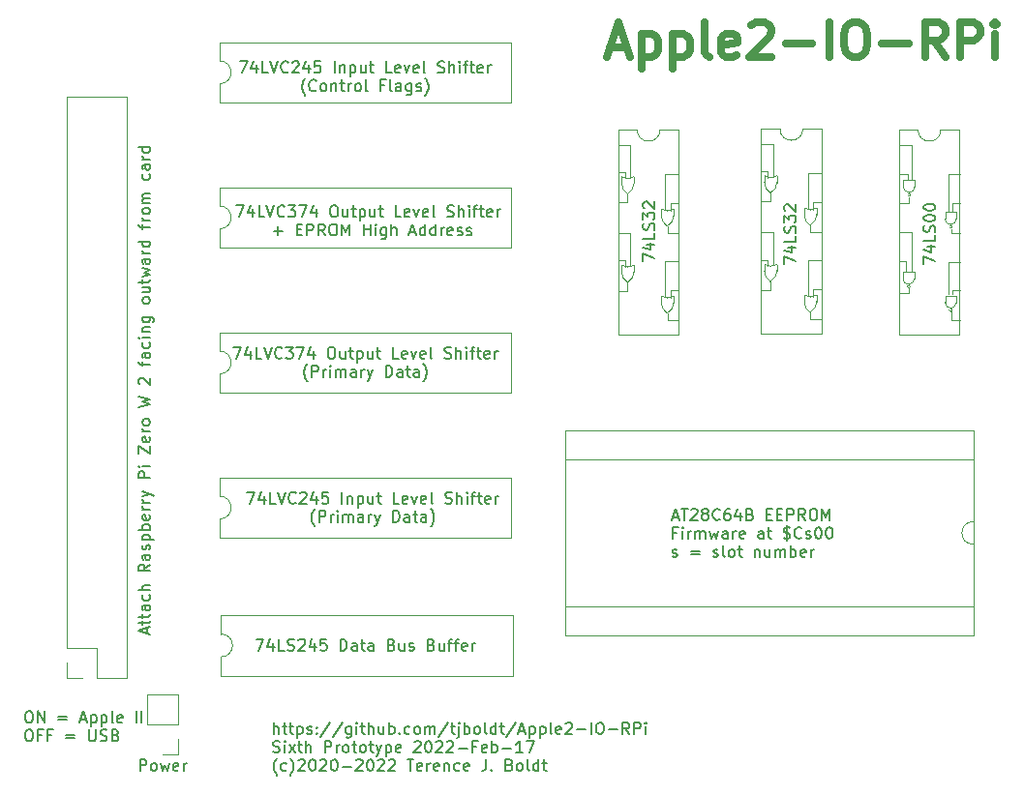
<source format=gbr>
G04 #@! TF.GenerationSoftware,KiCad,Pcbnew,(6.0.2-0)*
G04 #@! TF.CreationDate,2022-02-17T19:53:53-05:00*
G04 #@! TF.ProjectId,Apple2IORPi,4170706c-6532-4494-9f52-50692e6b6963,0.6*
G04 #@! TF.SameCoordinates,Original*
G04 #@! TF.FileFunction,Legend,Top*
G04 #@! TF.FilePolarity,Positive*
%FSLAX46Y46*%
G04 Gerber Fmt 4.6, Leading zero omitted, Abs format (unit mm)*
G04 Created by KiCad (PCBNEW (6.0.2-0)) date 2022-02-17 19:53:53*
%MOMM*%
%LPD*%
G01*
G04 APERTURE LIST*
%ADD10C,0.150000*%
%ADD11C,0.635000*%
%ADD12C,0.120000*%
G04 APERTURE END LIST*
D10*
X123936028Y-60547180D02*
X124602695Y-60547180D01*
X124174123Y-61547180D01*
X125412219Y-60880514D02*
X125412219Y-61547180D01*
X125174123Y-60499561D02*
X124936028Y-61213847D01*
X125555076Y-61213847D01*
X126412219Y-61547180D02*
X125936028Y-61547180D01*
X125936028Y-60547180D01*
X126602695Y-60547180D02*
X126936028Y-61547180D01*
X127269361Y-60547180D01*
X128174123Y-61451942D02*
X128126504Y-61499561D01*
X127983647Y-61547180D01*
X127888409Y-61547180D01*
X127745552Y-61499561D01*
X127650314Y-61404323D01*
X127602695Y-61309085D01*
X127555076Y-61118609D01*
X127555076Y-60975752D01*
X127602695Y-60785276D01*
X127650314Y-60690038D01*
X127745552Y-60594800D01*
X127888409Y-60547180D01*
X127983647Y-60547180D01*
X128126504Y-60594800D01*
X128174123Y-60642419D01*
X128507457Y-60547180D02*
X129126504Y-60547180D01*
X128793171Y-60928133D01*
X128936028Y-60928133D01*
X129031266Y-60975752D01*
X129078885Y-61023371D01*
X129126504Y-61118609D01*
X129126504Y-61356704D01*
X129078885Y-61451942D01*
X129031266Y-61499561D01*
X128936028Y-61547180D01*
X128650314Y-61547180D01*
X128555076Y-61499561D01*
X128507457Y-61451942D01*
X129459838Y-60547180D02*
X130126504Y-60547180D01*
X129697933Y-61547180D01*
X130936028Y-60880514D02*
X130936028Y-61547180D01*
X130697933Y-60499561D02*
X130459838Y-61213847D01*
X131078885Y-61213847D01*
X132412219Y-60547180D02*
X132602695Y-60547180D01*
X132697933Y-60594800D01*
X132793171Y-60690038D01*
X132840790Y-60880514D01*
X132840790Y-61213847D01*
X132793171Y-61404323D01*
X132697933Y-61499561D01*
X132602695Y-61547180D01*
X132412219Y-61547180D01*
X132316980Y-61499561D01*
X132221742Y-61404323D01*
X132174123Y-61213847D01*
X132174123Y-60880514D01*
X132221742Y-60690038D01*
X132316980Y-60594800D01*
X132412219Y-60547180D01*
X133697933Y-60880514D02*
X133697933Y-61547180D01*
X133269361Y-60880514D02*
X133269361Y-61404323D01*
X133316980Y-61499561D01*
X133412219Y-61547180D01*
X133555076Y-61547180D01*
X133650314Y-61499561D01*
X133697933Y-61451942D01*
X134031266Y-60880514D02*
X134412219Y-60880514D01*
X134174123Y-60547180D02*
X134174123Y-61404323D01*
X134221742Y-61499561D01*
X134316980Y-61547180D01*
X134412219Y-61547180D01*
X134745552Y-60880514D02*
X134745552Y-61880514D01*
X134745552Y-60928133D02*
X134840790Y-60880514D01*
X135031266Y-60880514D01*
X135126504Y-60928133D01*
X135174123Y-60975752D01*
X135221742Y-61070990D01*
X135221742Y-61356704D01*
X135174123Y-61451942D01*
X135126504Y-61499561D01*
X135031266Y-61547180D01*
X134840790Y-61547180D01*
X134745552Y-61499561D01*
X136078885Y-60880514D02*
X136078885Y-61547180D01*
X135650314Y-60880514D02*
X135650314Y-61404323D01*
X135697933Y-61499561D01*
X135793171Y-61547180D01*
X135936028Y-61547180D01*
X136031266Y-61499561D01*
X136078885Y-61451942D01*
X136412219Y-60880514D02*
X136793171Y-60880514D01*
X136555076Y-60547180D02*
X136555076Y-61404323D01*
X136602695Y-61499561D01*
X136697933Y-61547180D01*
X136793171Y-61547180D01*
X138364600Y-61547180D02*
X137888409Y-61547180D01*
X137888409Y-60547180D01*
X139078885Y-61499561D02*
X138983647Y-61547180D01*
X138793171Y-61547180D01*
X138697933Y-61499561D01*
X138650314Y-61404323D01*
X138650314Y-61023371D01*
X138697933Y-60928133D01*
X138793171Y-60880514D01*
X138983647Y-60880514D01*
X139078885Y-60928133D01*
X139126504Y-61023371D01*
X139126504Y-61118609D01*
X138650314Y-61213847D01*
X139459838Y-60880514D02*
X139697933Y-61547180D01*
X139936028Y-60880514D01*
X140697933Y-61499561D02*
X140602695Y-61547180D01*
X140412219Y-61547180D01*
X140316980Y-61499561D01*
X140269361Y-61404323D01*
X140269361Y-61023371D01*
X140316980Y-60928133D01*
X140412219Y-60880514D01*
X140602695Y-60880514D01*
X140697933Y-60928133D01*
X140745552Y-61023371D01*
X140745552Y-61118609D01*
X140269361Y-61213847D01*
X141316980Y-61547180D02*
X141221742Y-61499561D01*
X141174123Y-61404323D01*
X141174123Y-60547180D01*
X142412219Y-61499561D02*
X142555076Y-61547180D01*
X142793171Y-61547180D01*
X142888409Y-61499561D01*
X142936028Y-61451942D01*
X142983647Y-61356704D01*
X142983647Y-61261466D01*
X142936028Y-61166228D01*
X142888409Y-61118609D01*
X142793171Y-61070990D01*
X142602695Y-61023371D01*
X142507457Y-60975752D01*
X142459838Y-60928133D01*
X142412219Y-60832895D01*
X142412219Y-60737657D01*
X142459838Y-60642419D01*
X142507457Y-60594800D01*
X142602695Y-60547180D01*
X142840790Y-60547180D01*
X142983647Y-60594800D01*
X143412219Y-61547180D02*
X143412219Y-60547180D01*
X143840790Y-61547180D02*
X143840790Y-61023371D01*
X143793171Y-60928133D01*
X143697933Y-60880514D01*
X143555076Y-60880514D01*
X143459838Y-60928133D01*
X143412219Y-60975752D01*
X144316980Y-61547180D02*
X144316980Y-60880514D01*
X144316980Y-60547180D02*
X144269361Y-60594800D01*
X144316980Y-60642419D01*
X144364599Y-60594800D01*
X144316980Y-60547180D01*
X144316980Y-60642419D01*
X144650314Y-60880514D02*
X145031266Y-60880514D01*
X144793171Y-61547180D02*
X144793171Y-60690038D01*
X144840790Y-60594800D01*
X144936028Y-60547180D01*
X145031266Y-60547180D01*
X145221742Y-60880514D02*
X145602695Y-60880514D01*
X145364599Y-60547180D02*
X145364599Y-61404323D01*
X145412219Y-61499561D01*
X145507457Y-61547180D01*
X145602695Y-61547180D01*
X146316980Y-61499561D02*
X146221742Y-61547180D01*
X146031266Y-61547180D01*
X145936028Y-61499561D01*
X145888409Y-61404323D01*
X145888409Y-61023371D01*
X145936028Y-60928133D01*
X146031266Y-60880514D01*
X146221742Y-60880514D01*
X146316980Y-60928133D01*
X146364599Y-61023371D01*
X146364599Y-61118609D01*
X145888409Y-61213847D01*
X146793171Y-61547180D02*
X146793171Y-60880514D01*
X146793171Y-61070990D02*
X146840790Y-60975752D01*
X146888409Y-60928133D01*
X146983647Y-60880514D01*
X147078885Y-60880514D01*
X127245552Y-62776228D02*
X128007457Y-62776228D01*
X127626504Y-63157180D02*
X127626504Y-62395276D01*
X129245552Y-62633371D02*
X129578885Y-62633371D01*
X129721742Y-63157180D02*
X129245552Y-63157180D01*
X129245552Y-62157180D01*
X129721742Y-62157180D01*
X130150314Y-63157180D02*
X130150314Y-62157180D01*
X130531266Y-62157180D01*
X130626504Y-62204800D01*
X130674123Y-62252419D01*
X130721742Y-62347657D01*
X130721742Y-62490514D01*
X130674123Y-62585752D01*
X130626504Y-62633371D01*
X130531266Y-62680990D01*
X130150314Y-62680990D01*
X131721742Y-63157180D02*
X131388409Y-62680990D01*
X131150314Y-63157180D02*
X131150314Y-62157180D01*
X131531266Y-62157180D01*
X131626504Y-62204800D01*
X131674123Y-62252419D01*
X131721742Y-62347657D01*
X131721742Y-62490514D01*
X131674123Y-62585752D01*
X131626504Y-62633371D01*
X131531266Y-62680990D01*
X131150314Y-62680990D01*
X132340790Y-62157180D02*
X132531266Y-62157180D01*
X132626504Y-62204800D01*
X132721742Y-62300038D01*
X132769361Y-62490514D01*
X132769361Y-62823847D01*
X132721742Y-63014323D01*
X132626504Y-63109561D01*
X132531266Y-63157180D01*
X132340790Y-63157180D01*
X132245552Y-63109561D01*
X132150314Y-63014323D01*
X132102695Y-62823847D01*
X132102695Y-62490514D01*
X132150314Y-62300038D01*
X132245552Y-62204800D01*
X132340790Y-62157180D01*
X133197933Y-63157180D02*
X133197933Y-62157180D01*
X133531266Y-62871466D01*
X133864599Y-62157180D01*
X133864599Y-63157180D01*
X135102695Y-63157180D02*
X135102695Y-62157180D01*
X135102695Y-62633371D02*
X135674123Y-62633371D01*
X135674123Y-63157180D02*
X135674123Y-62157180D01*
X136150314Y-63157180D02*
X136150314Y-62490514D01*
X136150314Y-62157180D02*
X136102695Y-62204800D01*
X136150314Y-62252419D01*
X136197933Y-62204800D01*
X136150314Y-62157180D01*
X136150314Y-62252419D01*
X137055076Y-62490514D02*
X137055076Y-63300038D01*
X137007457Y-63395276D01*
X136959838Y-63442895D01*
X136864600Y-63490514D01*
X136721742Y-63490514D01*
X136626504Y-63442895D01*
X137055076Y-63109561D02*
X136959838Y-63157180D01*
X136769361Y-63157180D01*
X136674123Y-63109561D01*
X136626504Y-63061942D01*
X136578885Y-62966704D01*
X136578885Y-62680990D01*
X136626504Y-62585752D01*
X136674123Y-62538133D01*
X136769361Y-62490514D01*
X136959838Y-62490514D01*
X137055076Y-62538133D01*
X137531266Y-63157180D02*
X137531266Y-62157180D01*
X137959838Y-63157180D02*
X137959838Y-62633371D01*
X137912219Y-62538133D01*
X137816980Y-62490514D01*
X137674123Y-62490514D01*
X137578885Y-62538133D01*
X137531266Y-62585752D01*
X139150314Y-62871466D02*
X139626504Y-62871466D01*
X139055076Y-63157180D02*
X139388409Y-62157180D01*
X139721742Y-63157180D01*
X140483647Y-63157180D02*
X140483647Y-62157180D01*
X140483647Y-63109561D02*
X140388409Y-63157180D01*
X140197933Y-63157180D01*
X140102695Y-63109561D01*
X140055076Y-63061942D01*
X140007457Y-62966704D01*
X140007457Y-62680990D01*
X140055076Y-62585752D01*
X140102695Y-62538133D01*
X140197933Y-62490514D01*
X140388409Y-62490514D01*
X140483647Y-62538133D01*
X141388409Y-63157180D02*
X141388409Y-62157180D01*
X141388409Y-63109561D02*
X141293171Y-63157180D01*
X141102695Y-63157180D01*
X141007457Y-63109561D01*
X140959838Y-63061942D01*
X140912219Y-62966704D01*
X140912219Y-62680990D01*
X140959838Y-62585752D01*
X141007457Y-62538133D01*
X141102695Y-62490514D01*
X141293171Y-62490514D01*
X141388409Y-62538133D01*
X141864600Y-63157180D02*
X141864600Y-62490514D01*
X141864600Y-62680990D02*
X141912219Y-62585752D01*
X141959838Y-62538133D01*
X142055076Y-62490514D01*
X142150314Y-62490514D01*
X142864600Y-63109561D02*
X142769361Y-63157180D01*
X142578885Y-63157180D01*
X142483647Y-63109561D01*
X142436028Y-63014323D01*
X142436028Y-62633371D01*
X142483647Y-62538133D01*
X142578885Y-62490514D01*
X142769361Y-62490514D01*
X142864600Y-62538133D01*
X142912219Y-62633371D01*
X142912219Y-62728609D01*
X142436028Y-62823847D01*
X143293171Y-63109561D02*
X143388409Y-63157180D01*
X143578885Y-63157180D01*
X143674123Y-63109561D01*
X143721742Y-63014323D01*
X143721742Y-62966704D01*
X143674123Y-62871466D01*
X143578885Y-62823847D01*
X143436028Y-62823847D01*
X143340790Y-62776228D01*
X143293171Y-62680990D01*
X143293171Y-62633371D01*
X143340790Y-62538133D01*
X143436028Y-62490514D01*
X143578885Y-62490514D01*
X143674123Y-62538133D01*
X144102695Y-63109561D02*
X144197933Y-63157180D01*
X144388409Y-63157180D01*
X144483647Y-63109561D01*
X144531266Y-63014323D01*
X144531266Y-62966704D01*
X144483647Y-62871466D01*
X144388409Y-62823847D01*
X144245552Y-62823847D01*
X144150314Y-62776228D01*
X144102695Y-62680990D01*
X144102695Y-62633371D01*
X144150314Y-62538133D01*
X144245552Y-62490514D01*
X144388409Y-62490514D01*
X144483647Y-62538133D01*
X124253409Y-47923380D02*
X124920076Y-47923380D01*
X124491504Y-48923380D01*
X125729599Y-48256714D02*
X125729599Y-48923380D01*
X125491504Y-47875761D02*
X125253409Y-48590047D01*
X125872457Y-48590047D01*
X126729599Y-48923380D02*
X126253409Y-48923380D01*
X126253409Y-47923380D01*
X126920076Y-47923380D02*
X127253409Y-48923380D01*
X127586742Y-47923380D01*
X128491504Y-48828142D02*
X128443885Y-48875761D01*
X128301028Y-48923380D01*
X128205790Y-48923380D01*
X128062933Y-48875761D01*
X127967695Y-48780523D01*
X127920076Y-48685285D01*
X127872457Y-48494809D01*
X127872457Y-48351952D01*
X127920076Y-48161476D01*
X127967695Y-48066238D01*
X128062933Y-47971000D01*
X128205790Y-47923380D01*
X128301028Y-47923380D01*
X128443885Y-47971000D01*
X128491504Y-48018619D01*
X128872457Y-48018619D02*
X128920076Y-47971000D01*
X129015314Y-47923380D01*
X129253409Y-47923380D01*
X129348647Y-47971000D01*
X129396266Y-48018619D01*
X129443885Y-48113857D01*
X129443885Y-48209095D01*
X129396266Y-48351952D01*
X128824838Y-48923380D01*
X129443885Y-48923380D01*
X130301028Y-48256714D02*
X130301028Y-48923380D01*
X130062933Y-47875761D02*
X129824838Y-48590047D01*
X130443885Y-48590047D01*
X131301028Y-47923380D02*
X130824838Y-47923380D01*
X130777219Y-48399571D01*
X130824838Y-48351952D01*
X130920076Y-48304333D01*
X131158171Y-48304333D01*
X131253409Y-48351952D01*
X131301028Y-48399571D01*
X131348647Y-48494809D01*
X131348647Y-48732904D01*
X131301028Y-48828142D01*
X131253409Y-48875761D01*
X131158171Y-48923380D01*
X130920076Y-48923380D01*
X130824838Y-48875761D01*
X130777219Y-48828142D01*
X132539123Y-48923380D02*
X132539123Y-47923380D01*
X133015314Y-48256714D02*
X133015314Y-48923380D01*
X133015314Y-48351952D02*
X133062933Y-48304333D01*
X133158171Y-48256714D01*
X133301028Y-48256714D01*
X133396266Y-48304333D01*
X133443885Y-48399571D01*
X133443885Y-48923380D01*
X133920076Y-48256714D02*
X133920076Y-49256714D01*
X133920076Y-48304333D02*
X134015314Y-48256714D01*
X134205790Y-48256714D01*
X134301028Y-48304333D01*
X134348647Y-48351952D01*
X134396266Y-48447190D01*
X134396266Y-48732904D01*
X134348647Y-48828142D01*
X134301028Y-48875761D01*
X134205790Y-48923380D01*
X134015314Y-48923380D01*
X133920076Y-48875761D01*
X135253409Y-48256714D02*
X135253409Y-48923380D01*
X134824838Y-48256714D02*
X134824838Y-48780523D01*
X134872457Y-48875761D01*
X134967695Y-48923380D01*
X135110552Y-48923380D01*
X135205790Y-48875761D01*
X135253409Y-48828142D01*
X135586742Y-48256714D02*
X135967695Y-48256714D01*
X135729600Y-47923380D02*
X135729600Y-48780523D01*
X135777219Y-48875761D01*
X135872457Y-48923380D01*
X135967695Y-48923380D01*
X137539123Y-48923380D02*
X137062933Y-48923380D01*
X137062933Y-47923380D01*
X138253409Y-48875761D02*
X138158171Y-48923380D01*
X137967695Y-48923380D01*
X137872457Y-48875761D01*
X137824838Y-48780523D01*
X137824838Y-48399571D01*
X137872457Y-48304333D01*
X137967695Y-48256714D01*
X138158171Y-48256714D01*
X138253409Y-48304333D01*
X138301028Y-48399571D01*
X138301028Y-48494809D01*
X137824838Y-48590047D01*
X138634361Y-48256714D02*
X138872457Y-48923380D01*
X139110552Y-48256714D01*
X139872457Y-48875761D02*
X139777219Y-48923380D01*
X139586742Y-48923380D01*
X139491504Y-48875761D01*
X139443885Y-48780523D01*
X139443885Y-48399571D01*
X139491504Y-48304333D01*
X139586742Y-48256714D01*
X139777219Y-48256714D01*
X139872457Y-48304333D01*
X139920076Y-48399571D01*
X139920076Y-48494809D01*
X139443885Y-48590047D01*
X140491504Y-48923380D02*
X140396266Y-48875761D01*
X140348647Y-48780523D01*
X140348647Y-47923380D01*
X141586742Y-48875761D02*
X141729600Y-48923380D01*
X141967695Y-48923380D01*
X142062933Y-48875761D01*
X142110552Y-48828142D01*
X142158171Y-48732904D01*
X142158171Y-48637666D01*
X142110552Y-48542428D01*
X142062933Y-48494809D01*
X141967695Y-48447190D01*
X141777219Y-48399571D01*
X141681980Y-48351952D01*
X141634361Y-48304333D01*
X141586742Y-48209095D01*
X141586742Y-48113857D01*
X141634361Y-48018619D01*
X141681980Y-47971000D01*
X141777219Y-47923380D01*
X142015314Y-47923380D01*
X142158171Y-47971000D01*
X142586742Y-48923380D02*
X142586742Y-47923380D01*
X143015314Y-48923380D02*
X143015314Y-48399571D01*
X142967695Y-48304333D01*
X142872457Y-48256714D01*
X142729600Y-48256714D01*
X142634361Y-48304333D01*
X142586742Y-48351952D01*
X143491504Y-48923380D02*
X143491504Y-48256714D01*
X143491504Y-47923380D02*
X143443885Y-47971000D01*
X143491504Y-48018619D01*
X143539123Y-47971000D01*
X143491504Y-47923380D01*
X143491504Y-48018619D01*
X143824838Y-48256714D02*
X144205790Y-48256714D01*
X143967695Y-48923380D02*
X143967695Y-48066238D01*
X144015314Y-47971000D01*
X144110552Y-47923380D01*
X144205790Y-47923380D01*
X144396266Y-48256714D02*
X144777219Y-48256714D01*
X144539123Y-47923380D02*
X144539123Y-48780523D01*
X144586742Y-48875761D01*
X144681980Y-48923380D01*
X144777219Y-48923380D01*
X145491504Y-48875761D02*
X145396266Y-48923380D01*
X145205790Y-48923380D01*
X145110552Y-48875761D01*
X145062933Y-48780523D01*
X145062933Y-48399571D01*
X145110552Y-48304333D01*
X145205790Y-48256714D01*
X145396266Y-48256714D01*
X145491504Y-48304333D01*
X145539123Y-48399571D01*
X145539123Y-48494809D01*
X145062933Y-48590047D01*
X145967695Y-48923380D02*
X145967695Y-48256714D01*
X145967695Y-48447190D02*
X146015314Y-48351952D01*
X146062933Y-48304333D01*
X146158171Y-48256714D01*
X146253409Y-48256714D01*
X129991504Y-50914333D02*
X129943885Y-50866714D01*
X129848647Y-50723857D01*
X129801028Y-50628619D01*
X129753409Y-50485761D01*
X129705790Y-50247666D01*
X129705790Y-50057190D01*
X129753409Y-49819095D01*
X129801028Y-49676238D01*
X129848647Y-49581000D01*
X129943885Y-49438142D01*
X129991504Y-49390523D01*
X130943885Y-50438142D02*
X130896266Y-50485761D01*
X130753409Y-50533380D01*
X130658171Y-50533380D01*
X130515314Y-50485761D01*
X130420076Y-50390523D01*
X130372457Y-50295285D01*
X130324838Y-50104809D01*
X130324838Y-49961952D01*
X130372457Y-49771476D01*
X130420076Y-49676238D01*
X130515314Y-49581000D01*
X130658171Y-49533380D01*
X130753409Y-49533380D01*
X130896266Y-49581000D01*
X130943885Y-49628619D01*
X131515314Y-50533380D02*
X131420076Y-50485761D01*
X131372457Y-50438142D01*
X131324838Y-50342904D01*
X131324838Y-50057190D01*
X131372457Y-49961952D01*
X131420076Y-49914333D01*
X131515314Y-49866714D01*
X131658171Y-49866714D01*
X131753409Y-49914333D01*
X131801028Y-49961952D01*
X131848647Y-50057190D01*
X131848647Y-50342904D01*
X131801028Y-50438142D01*
X131753409Y-50485761D01*
X131658171Y-50533380D01*
X131515314Y-50533380D01*
X132277219Y-49866714D02*
X132277219Y-50533380D01*
X132277219Y-49961952D02*
X132324838Y-49914333D01*
X132420076Y-49866714D01*
X132562933Y-49866714D01*
X132658171Y-49914333D01*
X132705790Y-50009571D01*
X132705790Y-50533380D01*
X133039123Y-49866714D02*
X133420076Y-49866714D01*
X133181980Y-49533380D02*
X133181980Y-50390523D01*
X133229600Y-50485761D01*
X133324838Y-50533380D01*
X133420076Y-50533380D01*
X133753409Y-50533380D02*
X133753409Y-49866714D01*
X133753409Y-50057190D02*
X133801028Y-49961952D01*
X133848647Y-49914333D01*
X133943885Y-49866714D01*
X134039123Y-49866714D01*
X134515314Y-50533380D02*
X134420076Y-50485761D01*
X134372457Y-50438142D01*
X134324838Y-50342904D01*
X134324838Y-50057190D01*
X134372457Y-49961952D01*
X134420076Y-49914333D01*
X134515314Y-49866714D01*
X134658171Y-49866714D01*
X134753409Y-49914333D01*
X134801028Y-49961952D01*
X134848647Y-50057190D01*
X134848647Y-50342904D01*
X134801028Y-50438142D01*
X134753409Y-50485761D01*
X134658171Y-50533380D01*
X134515314Y-50533380D01*
X135420076Y-50533380D02*
X135324838Y-50485761D01*
X135277219Y-50390523D01*
X135277219Y-49533380D01*
X136896266Y-50009571D02*
X136562933Y-50009571D01*
X136562933Y-50533380D02*
X136562933Y-49533380D01*
X137039123Y-49533380D01*
X137562933Y-50533380D02*
X137467695Y-50485761D01*
X137420076Y-50390523D01*
X137420076Y-49533380D01*
X138372457Y-50533380D02*
X138372457Y-50009571D01*
X138324838Y-49914333D01*
X138229600Y-49866714D01*
X138039123Y-49866714D01*
X137943885Y-49914333D01*
X138372457Y-50485761D02*
X138277219Y-50533380D01*
X138039123Y-50533380D01*
X137943885Y-50485761D01*
X137896266Y-50390523D01*
X137896266Y-50295285D01*
X137943885Y-50200047D01*
X138039123Y-50152428D01*
X138277219Y-50152428D01*
X138372457Y-50104809D01*
X139277219Y-49866714D02*
X139277219Y-50676238D01*
X139229600Y-50771476D01*
X139181980Y-50819095D01*
X139086742Y-50866714D01*
X138943885Y-50866714D01*
X138848647Y-50819095D01*
X139277219Y-50485761D02*
X139181980Y-50533380D01*
X138991504Y-50533380D01*
X138896266Y-50485761D01*
X138848647Y-50438142D01*
X138801028Y-50342904D01*
X138801028Y-50057190D01*
X138848647Y-49961952D01*
X138896266Y-49914333D01*
X138991504Y-49866714D01*
X139181980Y-49866714D01*
X139277219Y-49914333D01*
X139705790Y-50485761D02*
X139801028Y-50533380D01*
X139991504Y-50533380D01*
X140086742Y-50485761D01*
X140134361Y-50390523D01*
X140134361Y-50342904D01*
X140086742Y-50247666D01*
X139991504Y-50200047D01*
X139848647Y-50200047D01*
X139753409Y-50152428D01*
X139705790Y-50057190D01*
X139705790Y-50009571D01*
X139753409Y-49914333D01*
X139848647Y-49866714D01*
X139991504Y-49866714D01*
X140086742Y-49914333D01*
X140467695Y-50914333D02*
X140515314Y-50866714D01*
X140610552Y-50723857D01*
X140658171Y-50628619D01*
X140705790Y-50485761D01*
X140753409Y-50247666D01*
X140753409Y-50057190D01*
X140705790Y-49819095D01*
X140658171Y-49676238D01*
X140610552Y-49581000D01*
X140515314Y-49438142D01*
X140467695Y-49390523D01*
D11*
X156649057Y-46685200D02*
X158100485Y-46685200D01*
X156358771Y-47556057D02*
X157374771Y-44508057D01*
X158390771Y-47556057D01*
X159406771Y-45524057D02*
X159406771Y-48572057D01*
X159406771Y-45669200D02*
X159697057Y-45524057D01*
X160277628Y-45524057D01*
X160567914Y-45669200D01*
X160713057Y-45814342D01*
X160858200Y-46104628D01*
X160858200Y-46975485D01*
X160713057Y-47265771D01*
X160567914Y-47410914D01*
X160277628Y-47556057D01*
X159697057Y-47556057D01*
X159406771Y-47410914D01*
X162164485Y-45524057D02*
X162164485Y-48572057D01*
X162164485Y-45669200D02*
X162454771Y-45524057D01*
X163035342Y-45524057D01*
X163325628Y-45669200D01*
X163470771Y-45814342D01*
X163615914Y-46104628D01*
X163615914Y-46975485D01*
X163470771Y-47265771D01*
X163325628Y-47410914D01*
X163035342Y-47556057D01*
X162454771Y-47556057D01*
X162164485Y-47410914D01*
X165357628Y-47556057D02*
X165067342Y-47410914D01*
X164922200Y-47120628D01*
X164922200Y-44508057D01*
X167679914Y-47410914D02*
X167389628Y-47556057D01*
X166809057Y-47556057D01*
X166518771Y-47410914D01*
X166373628Y-47120628D01*
X166373628Y-45959485D01*
X166518771Y-45669200D01*
X166809057Y-45524057D01*
X167389628Y-45524057D01*
X167679914Y-45669200D01*
X167825057Y-45959485D01*
X167825057Y-46249771D01*
X166373628Y-46540057D01*
X168986200Y-44798342D02*
X169131342Y-44653200D01*
X169421628Y-44508057D01*
X170147342Y-44508057D01*
X170437628Y-44653200D01*
X170582771Y-44798342D01*
X170727914Y-45088628D01*
X170727914Y-45378914D01*
X170582771Y-45814342D01*
X168841057Y-47556057D01*
X170727914Y-47556057D01*
X172034200Y-46394914D02*
X174356485Y-46394914D01*
X175807914Y-47556057D02*
X175807914Y-44508057D01*
X177839914Y-44508057D02*
X178420485Y-44508057D01*
X178710771Y-44653200D01*
X179001057Y-44943485D01*
X179146200Y-45524057D01*
X179146200Y-46540057D01*
X179001057Y-47120628D01*
X178710771Y-47410914D01*
X178420485Y-47556057D01*
X177839914Y-47556057D01*
X177549628Y-47410914D01*
X177259342Y-47120628D01*
X177114200Y-46540057D01*
X177114200Y-45524057D01*
X177259342Y-44943485D01*
X177549628Y-44653200D01*
X177839914Y-44508057D01*
X180452485Y-46394914D02*
X182774771Y-46394914D01*
X185967914Y-47556057D02*
X184951914Y-46104628D01*
X184226200Y-47556057D02*
X184226200Y-44508057D01*
X185387342Y-44508057D01*
X185677628Y-44653200D01*
X185822771Y-44798342D01*
X185967914Y-45088628D01*
X185967914Y-45524057D01*
X185822771Y-45814342D01*
X185677628Y-45959485D01*
X185387342Y-46104628D01*
X184226200Y-46104628D01*
X187274200Y-47556057D02*
X187274200Y-44508057D01*
X188435342Y-44508057D01*
X188725628Y-44653200D01*
X188870771Y-44798342D01*
X189015914Y-45088628D01*
X189015914Y-45524057D01*
X188870771Y-45814342D01*
X188725628Y-45959485D01*
X188435342Y-46104628D01*
X187274200Y-46104628D01*
X190322200Y-47556057D02*
X190322200Y-45524057D01*
X190322200Y-44508057D02*
X190177057Y-44653200D01*
X190322200Y-44798342D01*
X190467342Y-44653200D01*
X190322200Y-44508057D01*
X190322200Y-44798342D01*
D10*
X116117666Y-98017523D02*
X116117666Y-97541333D01*
X116403380Y-98112761D02*
X115403380Y-97779428D01*
X116403380Y-97446095D01*
X115736714Y-97255619D02*
X115736714Y-96874666D01*
X115403380Y-97112761D02*
X116260523Y-97112761D01*
X116355761Y-97065142D01*
X116403380Y-96969904D01*
X116403380Y-96874666D01*
X115736714Y-96684190D02*
X115736714Y-96303238D01*
X115403380Y-96541333D02*
X116260523Y-96541333D01*
X116355761Y-96493714D01*
X116403380Y-96398476D01*
X116403380Y-96303238D01*
X116403380Y-95541333D02*
X115879571Y-95541333D01*
X115784333Y-95588952D01*
X115736714Y-95684190D01*
X115736714Y-95874666D01*
X115784333Y-95969904D01*
X116355761Y-95541333D02*
X116403380Y-95636571D01*
X116403380Y-95874666D01*
X116355761Y-95969904D01*
X116260523Y-96017523D01*
X116165285Y-96017523D01*
X116070047Y-95969904D01*
X116022428Y-95874666D01*
X116022428Y-95636571D01*
X115974809Y-95541333D01*
X116355761Y-94636571D02*
X116403380Y-94731809D01*
X116403380Y-94922285D01*
X116355761Y-95017523D01*
X116308142Y-95065142D01*
X116212904Y-95112761D01*
X115927190Y-95112761D01*
X115831952Y-95065142D01*
X115784333Y-95017523D01*
X115736714Y-94922285D01*
X115736714Y-94731809D01*
X115784333Y-94636571D01*
X116403380Y-94208000D02*
X115403380Y-94208000D01*
X116403380Y-93779428D02*
X115879571Y-93779428D01*
X115784333Y-93827047D01*
X115736714Y-93922285D01*
X115736714Y-94065142D01*
X115784333Y-94160380D01*
X115831952Y-94208000D01*
X116403380Y-91969904D02*
X115927190Y-92303238D01*
X116403380Y-92541333D02*
X115403380Y-92541333D01*
X115403380Y-92160380D01*
X115451000Y-92065142D01*
X115498619Y-92017523D01*
X115593857Y-91969904D01*
X115736714Y-91969904D01*
X115831952Y-92017523D01*
X115879571Y-92065142D01*
X115927190Y-92160380D01*
X115927190Y-92541333D01*
X116403380Y-91112761D02*
X115879571Y-91112761D01*
X115784333Y-91160380D01*
X115736714Y-91255619D01*
X115736714Y-91446095D01*
X115784333Y-91541333D01*
X116355761Y-91112761D02*
X116403380Y-91208000D01*
X116403380Y-91446095D01*
X116355761Y-91541333D01*
X116260523Y-91588952D01*
X116165285Y-91588952D01*
X116070047Y-91541333D01*
X116022428Y-91446095D01*
X116022428Y-91208000D01*
X115974809Y-91112761D01*
X116355761Y-90684190D02*
X116403380Y-90588952D01*
X116403380Y-90398476D01*
X116355761Y-90303238D01*
X116260523Y-90255619D01*
X116212904Y-90255619D01*
X116117666Y-90303238D01*
X116070047Y-90398476D01*
X116070047Y-90541333D01*
X116022428Y-90636571D01*
X115927190Y-90684190D01*
X115879571Y-90684190D01*
X115784333Y-90636571D01*
X115736714Y-90541333D01*
X115736714Y-90398476D01*
X115784333Y-90303238D01*
X115736714Y-89827047D02*
X116736714Y-89827047D01*
X115784333Y-89827047D02*
X115736714Y-89731809D01*
X115736714Y-89541333D01*
X115784333Y-89446095D01*
X115831952Y-89398476D01*
X115927190Y-89350857D01*
X116212904Y-89350857D01*
X116308142Y-89398476D01*
X116355761Y-89446095D01*
X116403380Y-89541333D01*
X116403380Y-89731809D01*
X116355761Y-89827047D01*
X116403380Y-88922285D02*
X115403380Y-88922285D01*
X115784333Y-88922285D02*
X115736714Y-88827047D01*
X115736714Y-88636571D01*
X115784333Y-88541333D01*
X115831952Y-88493714D01*
X115927190Y-88446095D01*
X116212904Y-88446095D01*
X116308142Y-88493714D01*
X116355761Y-88541333D01*
X116403380Y-88636571D01*
X116403380Y-88827047D01*
X116355761Y-88922285D01*
X116355761Y-87636571D02*
X116403380Y-87731809D01*
X116403380Y-87922285D01*
X116355761Y-88017523D01*
X116260523Y-88065142D01*
X115879571Y-88065142D01*
X115784333Y-88017523D01*
X115736714Y-87922285D01*
X115736714Y-87731809D01*
X115784333Y-87636571D01*
X115879571Y-87588952D01*
X115974809Y-87588952D01*
X116070047Y-88065142D01*
X116403380Y-87160380D02*
X115736714Y-87160380D01*
X115927190Y-87160380D02*
X115831952Y-87112761D01*
X115784333Y-87065142D01*
X115736714Y-86969904D01*
X115736714Y-86874666D01*
X116403380Y-86541333D02*
X115736714Y-86541333D01*
X115927190Y-86541333D02*
X115831952Y-86493714D01*
X115784333Y-86446095D01*
X115736714Y-86350857D01*
X115736714Y-86255619D01*
X115736714Y-86017523D02*
X116403380Y-85779428D01*
X115736714Y-85541333D02*
X116403380Y-85779428D01*
X116641476Y-85874666D01*
X116689095Y-85922285D01*
X116736714Y-86017523D01*
X116403380Y-84398476D02*
X115403380Y-84398476D01*
X115403380Y-84017523D01*
X115451000Y-83922285D01*
X115498619Y-83874666D01*
X115593857Y-83827047D01*
X115736714Y-83827047D01*
X115831952Y-83874666D01*
X115879571Y-83922285D01*
X115927190Y-84017523D01*
X115927190Y-84398476D01*
X116403380Y-83398476D02*
X115736714Y-83398476D01*
X115403380Y-83398476D02*
X115451000Y-83446095D01*
X115498619Y-83398476D01*
X115451000Y-83350857D01*
X115403380Y-83398476D01*
X115498619Y-83398476D01*
X115403380Y-82255619D02*
X115403380Y-81588952D01*
X116403380Y-82255619D01*
X116403380Y-81588952D01*
X116355761Y-80827047D02*
X116403380Y-80922285D01*
X116403380Y-81112761D01*
X116355761Y-81208000D01*
X116260523Y-81255619D01*
X115879571Y-81255619D01*
X115784333Y-81208000D01*
X115736714Y-81112761D01*
X115736714Y-80922285D01*
X115784333Y-80827047D01*
X115879571Y-80779428D01*
X115974809Y-80779428D01*
X116070047Y-81255619D01*
X116403380Y-80350857D02*
X115736714Y-80350857D01*
X115927190Y-80350857D02*
X115831952Y-80303238D01*
X115784333Y-80255619D01*
X115736714Y-80160380D01*
X115736714Y-80065142D01*
X116403380Y-79588952D02*
X116355761Y-79684190D01*
X116308142Y-79731809D01*
X116212904Y-79779428D01*
X115927190Y-79779428D01*
X115831952Y-79731809D01*
X115784333Y-79684190D01*
X115736714Y-79588952D01*
X115736714Y-79446095D01*
X115784333Y-79350857D01*
X115831952Y-79303238D01*
X115927190Y-79255619D01*
X116212904Y-79255619D01*
X116308142Y-79303238D01*
X116355761Y-79350857D01*
X116403380Y-79446095D01*
X116403380Y-79588952D01*
X115403380Y-78160380D02*
X116403380Y-77922285D01*
X115689095Y-77731809D01*
X116403380Y-77541333D01*
X115403380Y-77303238D01*
X115498619Y-76208000D02*
X115451000Y-76160380D01*
X115403380Y-76065142D01*
X115403380Y-75827047D01*
X115451000Y-75731809D01*
X115498619Y-75684190D01*
X115593857Y-75636571D01*
X115689095Y-75636571D01*
X115831952Y-75684190D01*
X116403380Y-76255619D01*
X116403380Y-75636571D01*
X115736714Y-74588952D02*
X115736714Y-74208000D01*
X116403380Y-74446095D02*
X115546238Y-74446095D01*
X115451000Y-74398476D01*
X115403380Y-74303238D01*
X115403380Y-74208000D01*
X116403380Y-73446095D02*
X115879571Y-73446095D01*
X115784333Y-73493714D01*
X115736714Y-73588952D01*
X115736714Y-73779428D01*
X115784333Y-73874666D01*
X116355761Y-73446095D02*
X116403380Y-73541333D01*
X116403380Y-73779428D01*
X116355761Y-73874666D01*
X116260523Y-73922285D01*
X116165285Y-73922285D01*
X116070047Y-73874666D01*
X116022428Y-73779428D01*
X116022428Y-73541333D01*
X115974809Y-73446095D01*
X116355761Y-72541333D02*
X116403380Y-72636571D01*
X116403380Y-72827047D01*
X116355761Y-72922285D01*
X116308142Y-72969904D01*
X116212904Y-73017523D01*
X115927190Y-73017523D01*
X115831952Y-72969904D01*
X115784333Y-72922285D01*
X115736714Y-72827047D01*
X115736714Y-72636571D01*
X115784333Y-72541333D01*
X116403380Y-72112761D02*
X115736714Y-72112761D01*
X115403380Y-72112761D02*
X115451000Y-72160380D01*
X115498619Y-72112761D01*
X115451000Y-72065142D01*
X115403380Y-72112761D01*
X115498619Y-72112761D01*
X115736714Y-71636571D02*
X116403380Y-71636571D01*
X115831952Y-71636571D02*
X115784333Y-71588952D01*
X115736714Y-71493714D01*
X115736714Y-71350857D01*
X115784333Y-71255619D01*
X115879571Y-71208000D01*
X116403380Y-71208000D01*
X115736714Y-70303238D02*
X116546238Y-70303238D01*
X116641476Y-70350857D01*
X116689095Y-70398476D01*
X116736714Y-70493714D01*
X116736714Y-70636571D01*
X116689095Y-70731809D01*
X116355761Y-70303238D02*
X116403380Y-70398476D01*
X116403380Y-70588952D01*
X116355761Y-70684190D01*
X116308142Y-70731809D01*
X116212904Y-70779428D01*
X115927190Y-70779428D01*
X115831952Y-70731809D01*
X115784333Y-70684190D01*
X115736714Y-70588952D01*
X115736714Y-70398476D01*
X115784333Y-70303238D01*
X116403380Y-68922285D02*
X116355761Y-69017523D01*
X116308142Y-69065142D01*
X116212904Y-69112761D01*
X115927190Y-69112761D01*
X115831952Y-69065142D01*
X115784333Y-69017523D01*
X115736714Y-68922285D01*
X115736714Y-68779428D01*
X115784333Y-68684190D01*
X115831952Y-68636571D01*
X115927190Y-68588952D01*
X116212904Y-68588952D01*
X116308142Y-68636571D01*
X116355761Y-68684190D01*
X116403380Y-68779428D01*
X116403380Y-68922285D01*
X115736714Y-67731809D02*
X116403380Y-67731809D01*
X115736714Y-68160380D02*
X116260523Y-68160380D01*
X116355761Y-68112761D01*
X116403380Y-68017523D01*
X116403380Y-67874666D01*
X116355761Y-67779428D01*
X116308142Y-67731809D01*
X115736714Y-67398476D02*
X115736714Y-67017523D01*
X115403380Y-67255619D02*
X116260523Y-67255619D01*
X116355761Y-67208000D01*
X116403380Y-67112761D01*
X116403380Y-67017523D01*
X115736714Y-66779428D02*
X116403380Y-66588952D01*
X115927190Y-66398476D01*
X116403380Y-66208000D01*
X115736714Y-66017523D01*
X116403380Y-65208000D02*
X115879571Y-65208000D01*
X115784333Y-65255619D01*
X115736714Y-65350857D01*
X115736714Y-65541333D01*
X115784333Y-65636571D01*
X116355761Y-65208000D02*
X116403380Y-65303238D01*
X116403380Y-65541333D01*
X116355761Y-65636571D01*
X116260523Y-65684190D01*
X116165285Y-65684190D01*
X116070047Y-65636571D01*
X116022428Y-65541333D01*
X116022428Y-65303238D01*
X115974809Y-65208000D01*
X116403380Y-64731809D02*
X115736714Y-64731809D01*
X115927190Y-64731809D02*
X115831952Y-64684190D01*
X115784333Y-64636571D01*
X115736714Y-64541333D01*
X115736714Y-64446095D01*
X116403380Y-63684190D02*
X115403380Y-63684190D01*
X116355761Y-63684190D02*
X116403380Y-63779428D01*
X116403380Y-63969904D01*
X116355761Y-64065142D01*
X116308142Y-64112761D01*
X116212904Y-64160380D01*
X115927190Y-64160380D01*
X115831952Y-64112761D01*
X115784333Y-64065142D01*
X115736714Y-63969904D01*
X115736714Y-63779428D01*
X115784333Y-63684190D01*
X115736714Y-62588952D02*
X115736714Y-62208000D01*
X116403380Y-62446095D02*
X115546238Y-62446095D01*
X115451000Y-62398476D01*
X115403380Y-62303238D01*
X115403380Y-62208000D01*
X116403380Y-61874666D02*
X115736714Y-61874666D01*
X115927190Y-61874666D02*
X115831952Y-61827047D01*
X115784333Y-61779428D01*
X115736714Y-61684190D01*
X115736714Y-61588952D01*
X116403380Y-61112761D02*
X116355761Y-61208000D01*
X116308142Y-61255619D01*
X116212904Y-61303238D01*
X115927190Y-61303238D01*
X115831952Y-61255619D01*
X115784333Y-61208000D01*
X115736714Y-61112761D01*
X115736714Y-60969904D01*
X115784333Y-60874666D01*
X115831952Y-60827047D01*
X115927190Y-60779428D01*
X116212904Y-60779428D01*
X116308142Y-60827047D01*
X116355761Y-60874666D01*
X116403380Y-60969904D01*
X116403380Y-61112761D01*
X116403380Y-60350857D02*
X115736714Y-60350857D01*
X115831952Y-60350857D02*
X115784333Y-60303238D01*
X115736714Y-60208000D01*
X115736714Y-60065142D01*
X115784333Y-59969904D01*
X115879571Y-59922285D01*
X116403380Y-59922285D01*
X115879571Y-59922285D02*
X115784333Y-59874666D01*
X115736714Y-59779428D01*
X115736714Y-59636571D01*
X115784333Y-59541333D01*
X115879571Y-59493714D01*
X116403380Y-59493714D01*
X116355761Y-57827047D02*
X116403380Y-57922285D01*
X116403380Y-58112761D01*
X116355761Y-58208000D01*
X116308142Y-58255619D01*
X116212904Y-58303238D01*
X115927190Y-58303238D01*
X115831952Y-58255619D01*
X115784333Y-58208000D01*
X115736714Y-58112761D01*
X115736714Y-57922285D01*
X115784333Y-57827047D01*
X116403380Y-56969904D02*
X115879571Y-56969904D01*
X115784333Y-57017523D01*
X115736714Y-57112761D01*
X115736714Y-57303238D01*
X115784333Y-57398476D01*
X116355761Y-56969904D02*
X116403380Y-57065142D01*
X116403380Y-57303238D01*
X116355761Y-57398476D01*
X116260523Y-57446095D01*
X116165285Y-57446095D01*
X116070047Y-57398476D01*
X116022428Y-57303238D01*
X116022428Y-57065142D01*
X115974809Y-56969904D01*
X116403380Y-56493714D02*
X115736714Y-56493714D01*
X115927190Y-56493714D02*
X115831952Y-56446095D01*
X115784333Y-56398476D01*
X115736714Y-56303238D01*
X115736714Y-56208000D01*
X116403380Y-55446095D02*
X115403380Y-55446095D01*
X116355761Y-55446095D02*
X116403380Y-55541333D01*
X116403380Y-55731809D01*
X116355761Y-55827047D01*
X116308142Y-55874666D01*
X116212904Y-55922285D01*
X115927190Y-55922285D01*
X115831952Y-55874666D01*
X115784333Y-55827047D01*
X115736714Y-55731809D01*
X115736714Y-55541333D01*
X115784333Y-55446095D01*
X125683571Y-98512380D02*
X126350238Y-98512380D01*
X125921666Y-99512380D01*
X127159761Y-98845714D02*
X127159761Y-99512380D01*
X126921666Y-98464761D02*
X126683571Y-99179047D01*
X127302619Y-99179047D01*
X128159761Y-99512380D02*
X127683571Y-99512380D01*
X127683571Y-98512380D01*
X128445476Y-99464761D02*
X128588333Y-99512380D01*
X128826428Y-99512380D01*
X128921666Y-99464761D01*
X128969285Y-99417142D01*
X129016904Y-99321904D01*
X129016904Y-99226666D01*
X128969285Y-99131428D01*
X128921666Y-99083809D01*
X128826428Y-99036190D01*
X128635952Y-98988571D01*
X128540714Y-98940952D01*
X128493095Y-98893333D01*
X128445476Y-98798095D01*
X128445476Y-98702857D01*
X128493095Y-98607619D01*
X128540714Y-98560000D01*
X128635952Y-98512380D01*
X128874047Y-98512380D01*
X129016904Y-98560000D01*
X129397857Y-98607619D02*
X129445476Y-98560000D01*
X129540714Y-98512380D01*
X129778809Y-98512380D01*
X129874047Y-98560000D01*
X129921666Y-98607619D01*
X129969285Y-98702857D01*
X129969285Y-98798095D01*
X129921666Y-98940952D01*
X129350238Y-99512380D01*
X129969285Y-99512380D01*
X130826428Y-98845714D02*
X130826428Y-99512380D01*
X130588333Y-98464761D02*
X130350238Y-99179047D01*
X130969285Y-99179047D01*
X131826428Y-98512380D02*
X131350238Y-98512380D01*
X131302619Y-98988571D01*
X131350238Y-98940952D01*
X131445476Y-98893333D01*
X131683571Y-98893333D01*
X131778809Y-98940952D01*
X131826428Y-98988571D01*
X131874047Y-99083809D01*
X131874047Y-99321904D01*
X131826428Y-99417142D01*
X131778809Y-99464761D01*
X131683571Y-99512380D01*
X131445476Y-99512380D01*
X131350238Y-99464761D01*
X131302619Y-99417142D01*
X133064523Y-99512380D02*
X133064523Y-98512380D01*
X133302619Y-98512380D01*
X133445476Y-98560000D01*
X133540714Y-98655238D01*
X133588333Y-98750476D01*
X133635952Y-98940952D01*
X133635952Y-99083809D01*
X133588333Y-99274285D01*
X133540714Y-99369523D01*
X133445476Y-99464761D01*
X133302619Y-99512380D01*
X133064523Y-99512380D01*
X134493095Y-99512380D02*
X134493095Y-98988571D01*
X134445476Y-98893333D01*
X134350238Y-98845714D01*
X134159761Y-98845714D01*
X134064523Y-98893333D01*
X134493095Y-99464761D02*
X134397857Y-99512380D01*
X134159761Y-99512380D01*
X134064523Y-99464761D01*
X134016904Y-99369523D01*
X134016904Y-99274285D01*
X134064523Y-99179047D01*
X134159761Y-99131428D01*
X134397857Y-99131428D01*
X134493095Y-99083809D01*
X134826428Y-98845714D02*
X135207380Y-98845714D01*
X134969285Y-98512380D02*
X134969285Y-99369523D01*
X135016904Y-99464761D01*
X135112142Y-99512380D01*
X135207380Y-99512380D01*
X135969285Y-99512380D02*
X135969285Y-98988571D01*
X135921666Y-98893333D01*
X135826428Y-98845714D01*
X135635952Y-98845714D01*
X135540714Y-98893333D01*
X135969285Y-99464761D02*
X135874047Y-99512380D01*
X135635952Y-99512380D01*
X135540714Y-99464761D01*
X135493095Y-99369523D01*
X135493095Y-99274285D01*
X135540714Y-99179047D01*
X135635952Y-99131428D01*
X135874047Y-99131428D01*
X135969285Y-99083809D01*
X137540714Y-98988571D02*
X137683571Y-99036190D01*
X137731190Y-99083809D01*
X137778809Y-99179047D01*
X137778809Y-99321904D01*
X137731190Y-99417142D01*
X137683571Y-99464761D01*
X137588333Y-99512380D01*
X137207380Y-99512380D01*
X137207380Y-98512380D01*
X137540714Y-98512380D01*
X137635952Y-98560000D01*
X137683571Y-98607619D01*
X137731190Y-98702857D01*
X137731190Y-98798095D01*
X137683571Y-98893333D01*
X137635952Y-98940952D01*
X137540714Y-98988571D01*
X137207380Y-98988571D01*
X138635952Y-98845714D02*
X138635952Y-99512380D01*
X138207380Y-98845714D02*
X138207380Y-99369523D01*
X138255000Y-99464761D01*
X138350238Y-99512380D01*
X138493095Y-99512380D01*
X138588333Y-99464761D01*
X138635952Y-99417142D01*
X139064523Y-99464761D02*
X139159761Y-99512380D01*
X139350238Y-99512380D01*
X139445476Y-99464761D01*
X139493095Y-99369523D01*
X139493095Y-99321904D01*
X139445476Y-99226666D01*
X139350238Y-99179047D01*
X139207380Y-99179047D01*
X139112142Y-99131428D01*
X139064523Y-99036190D01*
X139064523Y-98988571D01*
X139112142Y-98893333D01*
X139207380Y-98845714D01*
X139350238Y-98845714D01*
X139445476Y-98893333D01*
X141016904Y-98988571D02*
X141159761Y-99036190D01*
X141207380Y-99083809D01*
X141255000Y-99179047D01*
X141255000Y-99321904D01*
X141207380Y-99417142D01*
X141159761Y-99464761D01*
X141064523Y-99512380D01*
X140683571Y-99512380D01*
X140683571Y-98512380D01*
X141016904Y-98512380D01*
X141112142Y-98560000D01*
X141159761Y-98607619D01*
X141207380Y-98702857D01*
X141207380Y-98798095D01*
X141159761Y-98893333D01*
X141112142Y-98940952D01*
X141016904Y-98988571D01*
X140683571Y-98988571D01*
X142112142Y-98845714D02*
X142112142Y-99512380D01*
X141683571Y-98845714D02*
X141683571Y-99369523D01*
X141731190Y-99464761D01*
X141826428Y-99512380D01*
X141969285Y-99512380D01*
X142064523Y-99464761D01*
X142112142Y-99417142D01*
X142445476Y-98845714D02*
X142826428Y-98845714D01*
X142588333Y-99512380D02*
X142588333Y-98655238D01*
X142635952Y-98560000D01*
X142731190Y-98512380D01*
X142826428Y-98512380D01*
X143016904Y-98845714D02*
X143397857Y-98845714D01*
X143159761Y-99512380D02*
X143159761Y-98655238D01*
X143207380Y-98560000D01*
X143302619Y-98512380D01*
X143397857Y-98512380D01*
X144112142Y-99464761D02*
X144016904Y-99512380D01*
X143826428Y-99512380D01*
X143731190Y-99464761D01*
X143683571Y-99369523D01*
X143683571Y-98988571D01*
X143731190Y-98893333D01*
X143826428Y-98845714D01*
X144016904Y-98845714D01*
X144112142Y-98893333D01*
X144159761Y-98988571D01*
X144159761Y-99083809D01*
X143683571Y-99179047D01*
X144588333Y-99512380D02*
X144588333Y-98845714D01*
X144588333Y-99036190D02*
X144635952Y-98940952D01*
X144683571Y-98893333D01*
X144778809Y-98845714D01*
X144874047Y-98845714D01*
X123707380Y-72942380D02*
X124374047Y-72942380D01*
X123945476Y-73942380D01*
X125183571Y-73275714D02*
X125183571Y-73942380D01*
X124945476Y-72894761D02*
X124707380Y-73609047D01*
X125326428Y-73609047D01*
X126183571Y-73942380D02*
X125707380Y-73942380D01*
X125707380Y-72942380D01*
X126374047Y-72942380D02*
X126707380Y-73942380D01*
X127040714Y-72942380D01*
X127945476Y-73847142D02*
X127897857Y-73894761D01*
X127755000Y-73942380D01*
X127659761Y-73942380D01*
X127516904Y-73894761D01*
X127421666Y-73799523D01*
X127374047Y-73704285D01*
X127326428Y-73513809D01*
X127326428Y-73370952D01*
X127374047Y-73180476D01*
X127421666Y-73085238D01*
X127516904Y-72990000D01*
X127659761Y-72942380D01*
X127755000Y-72942380D01*
X127897857Y-72990000D01*
X127945476Y-73037619D01*
X128278809Y-72942380D02*
X128897857Y-72942380D01*
X128564523Y-73323333D01*
X128707380Y-73323333D01*
X128802619Y-73370952D01*
X128850238Y-73418571D01*
X128897857Y-73513809D01*
X128897857Y-73751904D01*
X128850238Y-73847142D01*
X128802619Y-73894761D01*
X128707380Y-73942380D01*
X128421666Y-73942380D01*
X128326428Y-73894761D01*
X128278809Y-73847142D01*
X129231190Y-72942380D02*
X129897857Y-72942380D01*
X129469285Y-73942380D01*
X130707380Y-73275714D02*
X130707380Y-73942380D01*
X130469285Y-72894761D02*
X130231190Y-73609047D01*
X130850238Y-73609047D01*
X132183571Y-72942380D02*
X132374047Y-72942380D01*
X132469285Y-72990000D01*
X132564523Y-73085238D01*
X132612142Y-73275714D01*
X132612142Y-73609047D01*
X132564523Y-73799523D01*
X132469285Y-73894761D01*
X132374047Y-73942380D01*
X132183571Y-73942380D01*
X132088333Y-73894761D01*
X131993095Y-73799523D01*
X131945476Y-73609047D01*
X131945476Y-73275714D01*
X131993095Y-73085238D01*
X132088333Y-72990000D01*
X132183571Y-72942380D01*
X133469285Y-73275714D02*
X133469285Y-73942380D01*
X133040714Y-73275714D02*
X133040714Y-73799523D01*
X133088333Y-73894761D01*
X133183571Y-73942380D01*
X133326428Y-73942380D01*
X133421666Y-73894761D01*
X133469285Y-73847142D01*
X133802619Y-73275714D02*
X134183571Y-73275714D01*
X133945476Y-72942380D02*
X133945476Y-73799523D01*
X133993095Y-73894761D01*
X134088333Y-73942380D01*
X134183571Y-73942380D01*
X134516904Y-73275714D02*
X134516904Y-74275714D01*
X134516904Y-73323333D02*
X134612142Y-73275714D01*
X134802619Y-73275714D01*
X134897857Y-73323333D01*
X134945476Y-73370952D01*
X134993095Y-73466190D01*
X134993095Y-73751904D01*
X134945476Y-73847142D01*
X134897857Y-73894761D01*
X134802619Y-73942380D01*
X134612142Y-73942380D01*
X134516904Y-73894761D01*
X135850238Y-73275714D02*
X135850238Y-73942380D01*
X135421666Y-73275714D02*
X135421666Y-73799523D01*
X135469285Y-73894761D01*
X135564523Y-73942380D01*
X135707380Y-73942380D01*
X135802619Y-73894761D01*
X135850238Y-73847142D01*
X136183571Y-73275714D02*
X136564523Y-73275714D01*
X136326428Y-72942380D02*
X136326428Y-73799523D01*
X136374047Y-73894761D01*
X136469285Y-73942380D01*
X136564523Y-73942380D01*
X138135952Y-73942380D02*
X137659761Y-73942380D01*
X137659761Y-72942380D01*
X138850238Y-73894761D02*
X138755000Y-73942380D01*
X138564523Y-73942380D01*
X138469285Y-73894761D01*
X138421666Y-73799523D01*
X138421666Y-73418571D01*
X138469285Y-73323333D01*
X138564523Y-73275714D01*
X138755000Y-73275714D01*
X138850238Y-73323333D01*
X138897857Y-73418571D01*
X138897857Y-73513809D01*
X138421666Y-73609047D01*
X139231190Y-73275714D02*
X139469285Y-73942380D01*
X139707380Y-73275714D01*
X140469285Y-73894761D02*
X140374047Y-73942380D01*
X140183571Y-73942380D01*
X140088333Y-73894761D01*
X140040714Y-73799523D01*
X140040714Y-73418571D01*
X140088333Y-73323333D01*
X140183571Y-73275714D01*
X140374047Y-73275714D01*
X140469285Y-73323333D01*
X140516904Y-73418571D01*
X140516904Y-73513809D01*
X140040714Y-73609047D01*
X141088333Y-73942380D02*
X140993095Y-73894761D01*
X140945476Y-73799523D01*
X140945476Y-72942380D01*
X142183571Y-73894761D02*
X142326428Y-73942380D01*
X142564523Y-73942380D01*
X142659761Y-73894761D01*
X142707380Y-73847142D01*
X142755000Y-73751904D01*
X142755000Y-73656666D01*
X142707380Y-73561428D01*
X142659761Y-73513809D01*
X142564523Y-73466190D01*
X142374047Y-73418571D01*
X142278809Y-73370952D01*
X142231190Y-73323333D01*
X142183571Y-73228095D01*
X142183571Y-73132857D01*
X142231190Y-73037619D01*
X142278809Y-72990000D01*
X142374047Y-72942380D01*
X142612142Y-72942380D01*
X142755000Y-72990000D01*
X143183571Y-73942380D02*
X143183571Y-72942380D01*
X143612142Y-73942380D02*
X143612142Y-73418571D01*
X143564523Y-73323333D01*
X143469285Y-73275714D01*
X143326428Y-73275714D01*
X143231190Y-73323333D01*
X143183571Y-73370952D01*
X144088333Y-73942380D02*
X144088333Y-73275714D01*
X144088333Y-72942380D02*
X144040714Y-72990000D01*
X144088333Y-73037619D01*
X144135952Y-72990000D01*
X144088333Y-72942380D01*
X144088333Y-73037619D01*
X144421666Y-73275714D02*
X144802619Y-73275714D01*
X144564523Y-73942380D02*
X144564523Y-73085238D01*
X144612142Y-72990000D01*
X144707380Y-72942380D01*
X144802619Y-72942380D01*
X144993095Y-73275714D02*
X145374047Y-73275714D01*
X145135952Y-72942380D02*
X145135952Y-73799523D01*
X145183571Y-73894761D01*
X145278809Y-73942380D01*
X145374047Y-73942380D01*
X146088333Y-73894761D02*
X145993095Y-73942380D01*
X145802619Y-73942380D01*
X145707380Y-73894761D01*
X145659761Y-73799523D01*
X145659761Y-73418571D01*
X145707380Y-73323333D01*
X145802619Y-73275714D01*
X145993095Y-73275714D01*
X146088333Y-73323333D01*
X146135952Y-73418571D01*
X146135952Y-73513809D01*
X145659761Y-73609047D01*
X146564523Y-73942380D02*
X146564523Y-73275714D01*
X146564523Y-73466190D02*
X146612142Y-73370952D01*
X146659761Y-73323333D01*
X146755000Y-73275714D01*
X146850238Y-73275714D01*
X130183571Y-75933333D02*
X130135952Y-75885714D01*
X130040714Y-75742857D01*
X129993095Y-75647619D01*
X129945476Y-75504761D01*
X129897857Y-75266666D01*
X129897857Y-75076190D01*
X129945476Y-74838095D01*
X129993095Y-74695238D01*
X130040714Y-74600000D01*
X130135952Y-74457142D01*
X130183571Y-74409523D01*
X130564523Y-75552380D02*
X130564523Y-74552380D01*
X130945476Y-74552380D01*
X131040714Y-74600000D01*
X131088333Y-74647619D01*
X131135952Y-74742857D01*
X131135952Y-74885714D01*
X131088333Y-74980952D01*
X131040714Y-75028571D01*
X130945476Y-75076190D01*
X130564523Y-75076190D01*
X131564523Y-75552380D02*
X131564523Y-74885714D01*
X131564523Y-75076190D02*
X131612142Y-74980952D01*
X131659761Y-74933333D01*
X131755000Y-74885714D01*
X131850238Y-74885714D01*
X132183571Y-75552380D02*
X132183571Y-74885714D01*
X132183571Y-74552380D02*
X132135952Y-74600000D01*
X132183571Y-74647619D01*
X132231190Y-74600000D01*
X132183571Y-74552380D01*
X132183571Y-74647619D01*
X132659761Y-75552380D02*
X132659761Y-74885714D01*
X132659761Y-74980952D02*
X132707380Y-74933333D01*
X132802619Y-74885714D01*
X132945476Y-74885714D01*
X133040714Y-74933333D01*
X133088333Y-75028571D01*
X133088333Y-75552380D01*
X133088333Y-75028571D02*
X133135952Y-74933333D01*
X133231190Y-74885714D01*
X133374047Y-74885714D01*
X133469285Y-74933333D01*
X133516904Y-75028571D01*
X133516904Y-75552380D01*
X134421666Y-75552380D02*
X134421666Y-75028571D01*
X134374047Y-74933333D01*
X134278809Y-74885714D01*
X134088333Y-74885714D01*
X133993095Y-74933333D01*
X134421666Y-75504761D02*
X134326428Y-75552380D01*
X134088333Y-75552380D01*
X133993095Y-75504761D01*
X133945476Y-75409523D01*
X133945476Y-75314285D01*
X133993095Y-75219047D01*
X134088333Y-75171428D01*
X134326428Y-75171428D01*
X134421666Y-75123809D01*
X134897857Y-75552380D02*
X134897857Y-74885714D01*
X134897857Y-75076190D02*
X134945476Y-74980952D01*
X134993095Y-74933333D01*
X135088333Y-74885714D01*
X135183571Y-74885714D01*
X135421666Y-74885714D02*
X135659761Y-75552380D01*
X135897857Y-74885714D02*
X135659761Y-75552380D01*
X135564523Y-75790476D01*
X135516904Y-75838095D01*
X135421666Y-75885714D01*
X137040714Y-75552380D02*
X137040714Y-74552380D01*
X137278809Y-74552380D01*
X137421666Y-74600000D01*
X137516904Y-74695238D01*
X137564523Y-74790476D01*
X137612142Y-74980952D01*
X137612142Y-75123809D01*
X137564523Y-75314285D01*
X137516904Y-75409523D01*
X137421666Y-75504761D01*
X137278809Y-75552380D01*
X137040714Y-75552380D01*
X138469285Y-75552380D02*
X138469285Y-75028571D01*
X138421666Y-74933333D01*
X138326428Y-74885714D01*
X138135952Y-74885714D01*
X138040714Y-74933333D01*
X138469285Y-75504761D02*
X138374047Y-75552380D01*
X138135952Y-75552380D01*
X138040714Y-75504761D01*
X137993095Y-75409523D01*
X137993095Y-75314285D01*
X138040714Y-75219047D01*
X138135952Y-75171428D01*
X138374047Y-75171428D01*
X138469285Y-75123809D01*
X138802619Y-74885714D02*
X139183571Y-74885714D01*
X138945476Y-74552380D02*
X138945476Y-75409523D01*
X138993095Y-75504761D01*
X139088333Y-75552380D01*
X139183571Y-75552380D01*
X139945476Y-75552380D02*
X139945476Y-75028571D01*
X139897857Y-74933333D01*
X139802619Y-74885714D01*
X139612142Y-74885714D01*
X139516904Y-74933333D01*
X139945476Y-75504761D02*
X139850238Y-75552380D01*
X139612142Y-75552380D01*
X139516904Y-75504761D01*
X139469285Y-75409523D01*
X139469285Y-75314285D01*
X139516904Y-75219047D01*
X139612142Y-75171428D01*
X139850238Y-75171428D01*
X139945476Y-75123809D01*
X140326428Y-75933333D02*
X140374047Y-75885714D01*
X140469285Y-75742857D01*
X140516904Y-75647619D01*
X140564523Y-75504761D01*
X140612142Y-75266666D01*
X140612142Y-75076190D01*
X140564523Y-74838095D01*
X140516904Y-74695238D01*
X140469285Y-74600000D01*
X140374047Y-74457142D01*
X140326428Y-74409523D01*
X124913809Y-85642380D02*
X125580476Y-85642380D01*
X125151904Y-86642380D01*
X126389999Y-85975714D02*
X126389999Y-86642380D01*
X126151904Y-85594761D02*
X125913809Y-86309047D01*
X126532857Y-86309047D01*
X127389999Y-86642380D02*
X126913809Y-86642380D01*
X126913809Y-85642380D01*
X127580476Y-85642380D02*
X127913809Y-86642380D01*
X128247142Y-85642380D01*
X129151904Y-86547142D02*
X129104285Y-86594761D01*
X128961428Y-86642380D01*
X128866190Y-86642380D01*
X128723333Y-86594761D01*
X128628095Y-86499523D01*
X128580476Y-86404285D01*
X128532857Y-86213809D01*
X128532857Y-86070952D01*
X128580476Y-85880476D01*
X128628095Y-85785238D01*
X128723333Y-85690000D01*
X128866190Y-85642380D01*
X128961428Y-85642380D01*
X129104285Y-85690000D01*
X129151904Y-85737619D01*
X129532857Y-85737619D02*
X129580476Y-85690000D01*
X129675714Y-85642380D01*
X129913809Y-85642380D01*
X130009047Y-85690000D01*
X130056666Y-85737619D01*
X130104285Y-85832857D01*
X130104285Y-85928095D01*
X130056666Y-86070952D01*
X129485238Y-86642380D01*
X130104285Y-86642380D01*
X130961428Y-85975714D02*
X130961428Y-86642380D01*
X130723333Y-85594761D02*
X130485238Y-86309047D01*
X131104285Y-86309047D01*
X131961428Y-85642380D02*
X131485238Y-85642380D01*
X131437619Y-86118571D01*
X131485238Y-86070952D01*
X131580476Y-86023333D01*
X131818571Y-86023333D01*
X131913809Y-86070952D01*
X131961428Y-86118571D01*
X132009047Y-86213809D01*
X132009047Y-86451904D01*
X131961428Y-86547142D01*
X131913809Y-86594761D01*
X131818571Y-86642380D01*
X131580476Y-86642380D01*
X131485238Y-86594761D01*
X131437619Y-86547142D01*
X133199523Y-86642380D02*
X133199523Y-85642380D01*
X133675714Y-85975714D02*
X133675714Y-86642380D01*
X133675714Y-86070952D02*
X133723333Y-86023333D01*
X133818571Y-85975714D01*
X133961428Y-85975714D01*
X134056666Y-86023333D01*
X134104285Y-86118571D01*
X134104285Y-86642380D01*
X134580476Y-85975714D02*
X134580476Y-86975714D01*
X134580476Y-86023333D02*
X134675714Y-85975714D01*
X134866190Y-85975714D01*
X134961428Y-86023333D01*
X135009047Y-86070952D01*
X135056666Y-86166190D01*
X135056666Y-86451904D01*
X135009047Y-86547142D01*
X134961428Y-86594761D01*
X134866190Y-86642380D01*
X134675714Y-86642380D01*
X134580476Y-86594761D01*
X135913809Y-85975714D02*
X135913809Y-86642380D01*
X135485238Y-85975714D02*
X135485238Y-86499523D01*
X135532857Y-86594761D01*
X135628095Y-86642380D01*
X135770952Y-86642380D01*
X135866190Y-86594761D01*
X135913809Y-86547142D01*
X136247142Y-85975714D02*
X136628095Y-85975714D01*
X136390000Y-85642380D02*
X136390000Y-86499523D01*
X136437619Y-86594761D01*
X136532857Y-86642380D01*
X136628095Y-86642380D01*
X138199523Y-86642380D02*
X137723333Y-86642380D01*
X137723333Y-85642380D01*
X138913809Y-86594761D02*
X138818571Y-86642380D01*
X138628095Y-86642380D01*
X138532857Y-86594761D01*
X138485238Y-86499523D01*
X138485238Y-86118571D01*
X138532857Y-86023333D01*
X138628095Y-85975714D01*
X138818571Y-85975714D01*
X138913809Y-86023333D01*
X138961428Y-86118571D01*
X138961428Y-86213809D01*
X138485238Y-86309047D01*
X139294761Y-85975714D02*
X139532857Y-86642380D01*
X139770952Y-85975714D01*
X140532857Y-86594761D02*
X140437619Y-86642380D01*
X140247142Y-86642380D01*
X140151904Y-86594761D01*
X140104285Y-86499523D01*
X140104285Y-86118571D01*
X140151904Y-86023333D01*
X140247142Y-85975714D01*
X140437619Y-85975714D01*
X140532857Y-86023333D01*
X140580476Y-86118571D01*
X140580476Y-86213809D01*
X140104285Y-86309047D01*
X141151904Y-86642380D02*
X141056666Y-86594761D01*
X141009047Y-86499523D01*
X141009047Y-85642380D01*
X142247142Y-86594761D02*
X142390000Y-86642380D01*
X142628095Y-86642380D01*
X142723333Y-86594761D01*
X142770952Y-86547142D01*
X142818571Y-86451904D01*
X142818571Y-86356666D01*
X142770952Y-86261428D01*
X142723333Y-86213809D01*
X142628095Y-86166190D01*
X142437619Y-86118571D01*
X142342380Y-86070952D01*
X142294761Y-86023333D01*
X142247142Y-85928095D01*
X142247142Y-85832857D01*
X142294761Y-85737619D01*
X142342380Y-85690000D01*
X142437619Y-85642380D01*
X142675714Y-85642380D01*
X142818571Y-85690000D01*
X143247142Y-86642380D02*
X143247142Y-85642380D01*
X143675714Y-86642380D02*
X143675714Y-86118571D01*
X143628095Y-86023333D01*
X143532857Y-85975714D01*
X143390000Y-85975714D01*
X143294761Y-86023333D01*
X143247142Y-86070952D01*
X144151904Y-86642380D02*
X144151904Y-85975714D01*
X144151904Y-85642380D02*
X144104285Y-85690000D01*
X144151904Y-85737619D01*
X144199523Y-85690000D01*
X144151904Y-85642380D01*
X144151904Y-85737619D01*
X144485238Y-85975714D02*
X144866190Y-85975714D01*
X144628095Y-86642380D02*
X144628095Y-85785238D01*
X144675714Y-85690000D01*
X144770952Y-85642380D01*
X144866190Y-85642380D01*
X145056666Y-85975714D02*
X145437619Y-85975714D01*
X145199523Y-85642380D02*
X145199523Y-86499523D01*
X145247142Y-86594761D01*
X145342380Y-86642380D01*
X145437619Y-86642380D01*
X146151904Y-86594761D02*
X146056666Y-86642380D01*
X145866190Y-86642380D01*
X145770952Y-86594761D01*
X145723333Y-86499523D01*
X145723333Y-86118571D01*
X145770952Y-86023333D01*
X145866190Y-85975714D01*
X146056666Y-85975714D01*
X146151904Y-86023333D01*
X146199523Y-86118571D01*
X146199523Y-86213809D01*
X145723333Y-86309047D01*
X146628095Y-86642380D02*
X146628095Y-85975714D01*
X146628095Y-86166190D02*
X146675714Y-86070952D01*
X146723333Y-86023333D01*
X146818571Y-85975714D01*
X146913809Y-85975714D01*
X130818571Y-88633333D02*
X130770952Y-88585714D01*
X130675714Y-88442857D01*
X130628095Y-88347619D01*
X130580476Y-88204761D01*
X130532857Y-87966666D01*
X130532857Y-87776190D01*
X130580476Y-87538095D01*
X130628095Y-87395238D01*
X130675714Y-87300000D01*
X130770952Y-87157142D01*
X130818571Y-87109523D01*
X131199523Y-88252380D02*
X131199523Y-87252380D01*
X131580476Y-87252380D01*
X131675714Y-87300000D01*
X131723333Y-87347619D01*
X131770952Y-87442857D01*
X131770952Y-87585714D01*
X131723333Y-87680952D01*
X131675714Y-87728571D01*
X131580476Y-87776190D01*
X131199523Y-87776190D01*
X132199523Y-88252380D02*
X132199523Y-87585714D01*
X132199523Y-87776190D02*
X132247142Y-87680952D01*
X132294761Y-87633333D01*
X132390000Y-87585714D01*
X132485238Y-87585714D01*
X132818571Y-88252380D02*
X132818571Y-87585714D01*
X132818571Y-87252380D02*
X132770952Y-87300000D01*
X132818571Y-87347619D01*
X132866190Y-87300000D01*
X132818571Y-87252380D01*
X132818571Y-87347619D01*
X133294761Y-88252380D02*
X133294761Y-87585714D01*
X133294761Y-87680952D02*
X133342380Y-87633333D01*
X133437619Y-87585714D01*
X133580476Y-87585714D01*
X133675714Y-87633333D01*
X133723333Y-87728571D01*
X133723333Y-88252380D01*
X133723333Y-87728571D02*
X133770952Y-87633333D01*
X133866190Y-87585714D01*
X134009047Y-87585714D01*
X134104285Y-87633333D01*
X134151904Y-87728571D01*
X134151904Y-88252380D01*
X135056666Y-88252380D02*
X135056666Y-87728571D01*
X135009047Y-87633333D01*
X134913809Y-87585714D01*
X134723333Y-87585714D01*
X134628095Y-87633333D01*
X135056666Y-88204761D02*
X134961428Y-88252380D01*
X134723333Y-88252380D01*
X134628095Y-88204761D01*
X134580476Y-88109523D01*
X134580476Y-88014285D01*
X134628095Y-87919047D01*
X134723333Y-87871428D01*
X134961428Y-87871428D01*
X135056666Y-87823809D01*
X135532857Y-88252380D02*
X135532857Y-87585714D01*
X135532857Y-87776190D02*
X135580476Y-87680952D01*
X135628095Y-87633333D01*
X135723333Y-87585714D01*
X135818571Y-87585714D01*
X136056666Y-87585714D02*
X136294761Y-88252380D01*
X136532857Y-87585714D02*
X136294761Y-88252380D01*
X136199523Y-88490476D01*
X136151904Y-88538095D01*
X136056666Y-88585714D01*
X137675714Y-88252380D02*
X137675714Y-87252380D01*
X137913809Y-87252380D01*
X138056666Y-87300000D01*
X138151904Y-87395238D01*
X138199523Y-87490476D01*
X138247142Y-87680952D01*
X138247142Y-87823809D01*
X138199523Y-88014285D01*
X138151904Y-88109523D01*
X138056666Y-88204761D01*
X137913809Y-88252380D01*
X137675714Y-88252380D01*
X139104285Y-88252380D02*
X139104285Y-87728571D01*
X139056666Y-87633333D01*
X138961428Y-87585714D01*
X138770952Y-87585714D01*
X138675714Y-87633333D01*
X139104285Y-88204761D02*
X139009047Y-88252380D01*
X138770952Y-88252380D01*
X138675714Y-88204761D01*
X138628095Y-88109523D01*
X138628095Y-88014285D01*
X138675714Y-87919047D01*
X138770952Y-87871428D01*
X139009047Y-87871428D01*
X139104285Y-87823809D01*
X139437619Y-87585714D02*
X139818571Y-87585714D01*
X139580476Y-87252380D02*
X139580476Y-88109523D01*
X139628095Y-88204761D01*
X139723333Y-88252380D01*
X139818571Y-88252380D01*
X140580476Y-88252380D02*
X140580476Y-87728571D01*
X140532857Y-87633333D01*
X140437619Y-87585714D01*
X140247142Y-87585714D01*
X140151904Y-87633333D01*
X140580476Y-88204761D02*
X140485238Y-88252380D01*
X140247142Y-88252380D01*
X140151904Y-88204761D01*
X140104285Y-88109523D01*
X140104285Y-88014285D01*
X140151904Y-87919047D01*
X140247142Y-87871428D01*
X140485238Y-87871428D01*
X140580476Y-87823809D01*
X140961428Y-88633333D02*
X141009047Y-88585714D01*
X141104285Y-88442857D01*
X141151904Y-88347619D01*
X141199523Y-88204761D01*
X141247142Y-87966666D01*
X141247142Y-87776190D01*
X141199523Y-87538095D01*
X141151904Y-87395238D01*
X141104285Y-87300000D01*
X141009047Y-87157142D01*
X140961428Y-87109523D01*
X162111376Y-87812266D02*
X162587566Y-87812266D01*
X162016138Y-88097980D02*
X162349471Y-87097980D01*
X162682804Y-88097980D01*
X162873280Y-87097980D02*
X163444709Y-87097980D01*
X163158995Y-88097980D02*
X163158995Y-87097980D01*
X163730423Y-87193219D02*
X163778042Y-87145600D01*
X163873280Y-87097980D01*
X164111376Y-87097980D01*
X164206614Y-87145600D01*
X164254233Y-87193219D01*
X164301852Y-87288457D01*
X164301852Y-87383695D01*
X164254233Y-87526552D01*
X163682804Y-88097980D01*
X164301852Y-88097980D01*
X164873280Y-87526552D02*
X164778042Y-87478933D01*
X164730423Y-87431314D01*
X164682804Y-87336076D01*
X164682804Y-87288457D01*
X164730423Y-87193219D01*
X164778042Y-87145600D01*
X164873280Y-87097980D01*
X165063757Y-87097980D01*
X165158995Y-87145600D01*
X165206614Y-87193219D01*
X165254233Y-87288457D01*
X165254233Y-87336076D01*
X165206614Y-87431314D01*
X165158995Y-87478933D01*
X165063757Y-87526552D01*
X164873280Y-87526552D01*
X164778042Y-87574171D01*
X164730423Y-87621790D01*
X164682804Y-87717028D01*
X164682804Y-87907504D01*
X164730423Y-88002742D01*
X164778042Y-88050361D01*
X164873280Y-88097980D01*
X165063757Y-88097980D01*
X165158995Y-88050361D01*
X165206614Y-88002742D01*
X165254233Y-87907504D01*
X165254233Y-87717028D01*
X165206614Y-87621790D01*
X165158995Y-87574171D01*
X165063757Y-87526552D01*
X166254233Y-88002742D02*
X166206614Y-88050361D01*
X166063757Y-88097980D01*
X165968519Y-88097980D01*
X165825661Y-88050361D01*
X165730423Y-87955123D01*
X165682804Y-87859885D01*
X165635185Y-87669409D01*
X165635185Y-87526552D01*
X165682804Y-87336076D01*
X165730423Y-87240838D01*
X165825661Y-87145600D01*
X165968519Y-87097980D01*
X166063757Y-87097980D01*
X166206614Y-87145600D01*
X166254233Y-87193219D01*
X167111376Y-87097980D02*
X166920900Y-87097980D01*
X166825661Y-87145600D01*
X166778042Y-87193219D01*
X166682804Y-87336076D01*
X166635185Y-87526552D01*
X166635185Y-87907504D01*
X166682804Y-88002742D01*
X166730423Y-88050361D01*
X166825661Y-88097980D01*
X167016138Y-88097980D01*
X167111376Y-88050361D01*
X167158995Y-88002742D01*
X167206614Y-87907504D01*
X167206614Y-87669409D01*
X167158995Y-87574171D01*
X167111376Y-87526552D01*
X167016138Y-87478933D01*
X166825661Y-87478933D01*
X166730423Y-87526552D01*
X166682804Y-87574171D01*
X166635185Y-87669409D01*
X168063757Y-87431314D02*
X168063757Y-88097980D01*
X167825661Y-87050361D02*
X167587566Y-87764647D01*
X168206614Y-87764647D01*
X168920900Y-87574171D02*
X169063757Y-87621790D01*
X169111376Y-87669409D01*
X169158995Y-87764647D01*
X169158995Y-87907504D01*
X169111376Y-88002742D01*
X169063757Y-88050361D01*
X168968519Y-88097980D01*
X168587566Y-88097980D01*
X168587566Y-87097980D01*
X168920900Y-87097980D01*
X169016138Y-87145600D01*
X169063757Y-87193219D01*
X169111376Y-87288457D01*
X169111376Y-87383695D01*
X169063757Y-87478933D01*
X169016138Y-87526552D01*
X168920900Y-87574171D01*
X168587566Y-87574171D01*
X170349471Y-87574171D02*
X170682804Y-87574171D01*
X170825661Y-88097980D02*
X170349471Y-88097980D01*
X170349471Y-87097980D01*
X170825661Y-87097980D01*
X171254233Y-87574171D02*
X171587566Y-87574171D01*
X171730423Y-88097980D02*
X171254233Y-88097980D01*
X171254233Y-87097980D01*
X171730423Y-87097980D01*
X172158995Y-88097980D02*
X172158995Y-87097980D01*
X172539947Y-87097980D01*
X172635185Y-87145600D01*
X172682804Y-87193219D01*
X172730423Y-87288457D01*
X172730423Y-87431314D01*
X172682804Y-87526552D01*
X172635185Y-87574171D01*
X172539947Y-87621790D01*
X172158995Y-87621790D01*
X173730423Y-88097980D02*
X173397090Y-87621790D01*
X173158995Y-88097980D02*
X173158995Y-87097980D01*
X173539947Y-87097980D01*
X173635185Y-87145600D01*
X173682804Y-87193219D01*
X173730423Y-87288457D01*
X173730423Y-87431314D01*
X173682804Y-87526552D01*
X173635185Y-87574171D01*
X173539947Y-87621790D01*
X173158995Y-87621790D01*
X174349471Y-87097980D02*
X174539947Y-87097980D01*
X174635185Y-87145600D01*
X174730423Y-87240838D01*
X174778042Y-87431314D01*
X174778042Y-87764647D01*
X174730423Y-87955123D01*
X174635185Y-88050361D01*
X174539947Y-88097980D01*
X174349471Y-88097980D01*
X174254233Y-88050361D01*
X174158995Y-87955123D01*
X174111376Y-87764647D01*
X174111376Y-87431314D01*
X174158995Y-87240838D01*
X174254233Y-87145600D01*
X174349471Y-87097980D01*
X175206614Y-88097980D02*
X175206614Y-87097980D01*
X175539947Y-87812266D01*
X175873280Y-87097980D01*
X175873280Y-88097980D01*
X162492328Y-89184171D02*
X162158995Y-89184171D01*
X162158995Y-89707980D02*
X162158995Y-88707980D01*
X162635185Y-88707980D01*
X163016138Y-89707980D02*
X163016138Y-89041314D01*
X163016138Y-88707980D02*
X162968519Y-88755600D01*
X163016138Y-88803219D01*
X163063757Y-88755600D01*
X163016138Y-88707980D01*
X163016138Y-88803219D01*
X163492328Y-89707980D02*
X163492328Y-89041314D01*
X163492328Y-89231790D02*
X163539947Y-89136552D01*
X163587566Y-89088933D01*
X163682804Y-89041314D01*
X163778042Y-89041314D01*
X164111376Y-89707980D02*
X164111376Y-89041314D01*
X164111376Y-89136552D02*
X164158995Y-89088933D01*
X164254233Y-89041314D01*
X164397090Y-89041314D01*
X164492328Y-89088933D01*
X164539947Y-89184171D01*
X164539947Y-89707980D01*
X164539947Y-89184171D02*
X164587566Y-89088933D01*
X164682804Y-89041314D01*
X164825661Y-89041314D01*
X164920900Y-89088933D01*
X164968519Y-89184171D01*
X164968519Y-89707980D01*
X165349471Y-89041314D02*
X165539947Y-89707980D01*
X165730423Y-89231790D01*
X165920900Y-89707980D01*
X166111376Y-89041314D01*
X166920900Y-89707980D02*
X166920900Y-89184171D01*
X166873280Y-89088933D01*
X166778042Y-89041314D01*
X166587566Y-89041314D01*
X166492328Y-89088933D01*
X166920900Y-89660361D02*
X166825661Y-89707980D01*
X166587566Y-89707980D01*
X166492328Y-89660361D01*
X166444709Y-89565123D01*
X166444709Y-89469885D01*
X166492328Y-89374647D01*
X166587566Y-89327028D01*
X166825661Y-89327028D01*
X166920900Y-89279409D01*
X167397090Y-89707980D02*
X167397090Y-89041314D01*
X167397090Y-89231790D02*
X167444709Y-89136552D01*
X167492328Y-89088933D01*
X167587566Y-89041314D01*
X167682804Y-89041314D01*
X168397090Y-89660361D02*
X168301852Y-89707980D01*
X168111376Y-89707980D01*
X168016138Y-89660361D01*
X167968519Y-89565123D01*
X167968519Y-89184171D01*
X168016138Y-89088933D01*
X168111376Y-89041314D01*
X168301852Y-89041314D01*
X168397090Y-89088933D01*
X168444709Y-89184171D01*
X168444709Y-89279409D01*
X167968519Y-89374647D01*
X170063757Y-89707980D02*
X170063757Y-89184171D01*
X170016138Y-89088933D01*
X169920900Y-89041314D01*
X169730423Y-89041314D01*
X169635185Y-89088933D01*
X170063757Y-89660361D02*
X169968519Y-89707980D01*
X169730423Y-89707980D01*
X169635185Y-89660361D01*
X169587566Y-89565123D01*
X169587566Y-89469885D01*
X169635185Y-89374647D01*
X169730423Y-89327028D01*
X169968519Y-89327028D01*
X170063757Y-89279409D01*
X170397090Y-89041314D02*
X170778042Y-89041314D01*
X170539947Y-88707980D02*
X170539947Y-89565123D01*
X170587566Y-89660361D01*
X170682804Y-89707980D01*
X170778042Y-89707980D01*
X171825661Y-89660361D02*
X171968519Y-89707980D01*
X172206614Y-89707980D01*
X172301852Y-89660361D01*
X172349471Y-89612742D01*
X172397090Y-89517504D01*
X172397090Y-89422266D01*
X172349471Y-89327028D01*
X172301852Y-89279409D01*
X172206614Y-89231790D01*
X172016138Y-89184171D01*
X171920900Y-89136552D01*
X171873280Y-89088933D01*
X171825661Y-88993695D01*
X171825661Y-88898457D01*
X171873280Y-88803219D01*
X171920900Y-88755600D01*
X172016138Y-88707980D01*
X172254233Y-88707980D01*
X172397090Y-88755600D01*
X172111376Y-88565123D02*
X172111376Y-89850838D01*
X173397090Y-89612742D02*
X173349471Y-89660361D01*
X173206614Y-89707980D01*
X173111376Y-89707980D01*
X172968519Y-89660361D01*
X172873280Y-89565123D01*
X172825661Y-89469885D01*
X172778042Y-89279409D01*
X172778042Y-89136552D01*
X172825661Y-88946076D01*
X172873280Y-88850838D01*
X172968519Y-88755600D01*
X173111376Y-88707980D01*
X173206614Y-88707980D01*
X173349471Y-88755600D01*
X173397090Y-88803219D01*
X173778042Y-89660361D02*
X173873280Y-89707980D01*
X174063757Y-89707980D01*
X174158995Y-89660361D01*
X174206614Y-89565123D01*
X174206614Y-89517504D01*
X174158995Y-89422266D01*
X174063757Y-89374647D01*
X173920900Y-89374647D01*
X173825661Y-89327028D01*
X173778042Y-89231790D01*
X173778042Y-89184171D01*
X173825661Y-89088933D01*
X173920900Y-89041314D01*
X174063757Y-89041314D01*
X174158995Y-89088933D01*
X174825661Y-88707980D02*
X174920900Y-88707980D01*
X175016138Y-88755600D01*
X175063757Y-88803219D01*
X175111376Y-88898457D01*
X175158995Y-89088933D01*
X175158995Y-89327028D01*
X175111376Y-89517504D01*
X175063757Y-89612742D01*
X175016138Y-89660361D01*
X174920900Y-89707980D01*
X174825661Y-89707980D01*
X174730423Y-89660361D01*
X174682804Y-89612742D01*
X174635185Y-89517504D01*
X174587566Y-89327028D01*
X174587566Y-89088933D01*
X174635185Y-88898457D01*
X174682804Y-88803219D01*
X174730423Y-88755600D01*
X174825661Y-88707980D01*
X175778042Y-88707980D02*
X175873280Y-88707980D01*
X175968519Y-88755600D01*
X176016138Y-88803219D01*
X176063757Y-88898457D01*
X176111376Y-89088933D01*
X176111376Y-89327028D01*
X176063757Y-89517504D01*
X176016138Y-89612742D01*
X175968519Y-89660361D01*
X175873280Y-89707980D01*
X175778042Y-89707980D01*
X175682804Y-89660361D01*
X175635185Y-89612742D01*
X175587566Y-89517504D01*
X175539947Y-89327028D01*
X175539947Y-89088933D01*
X175587566Y-88898457D01*
X175635185Y-88803219D01*
X175682804Y-88755600D01*
X175778042Y-88707980D01*
X162111376Y-91270361D02*
X162206614Y-91317980D01*
X162397090Y-91317980D01*
X162492328Y-91270361D01*
X162539947Y-91175123D01*
X162539947Y-91127504D01*
X162492328Y-91032266D01*
X162397090Y-90984647D01*
X162254233Y-90984647D01*
X162158995Y-90937028D01*
X162111376Y-90841790D01*
X162111376Y-90794171D01*
X162158995Y-90698933D01*
X162254233Y-90651314D01*
X162397090Y-90651314D01*
X162492328Y-90698933D01*
X163730423Y-90794171D02*
X164492328Y-90794171D01*
X164492328Y-91079885D02*
X163730423Y-91079885D01*
X165682804Y-91270361D02*
X165778042Y-91317980D01*
X165968519Y-91317980D01*
X166063757Y-91270361D01*
X166111376Y-91175123D01*
X166111376Y-91127504D01*
X166063757Y-91032266D01*
X165968519Y-90984647D01*
X165825661Y-90984647D01*
X165730423Y-90937028D01*
X165682804Y-90841790D01*
X165682804Y-90794171D01*
X165730423Y-90698933D01*
X165825661Y-90651314D01*
X165968519Y-90651314D01*
X166063757Y-90698933D01*
X166682804Y-91317980D02*
X166587566Y-91270361D01*
X166539947Y-91175123D01*
X166539947Y-90317980D01*
X167206614Y-91317980D02*
X167111376Y-91270361D01*
X167063757Y-91222742D01*
X167016138Y-91127504D01*
X167016138Y-90841790D01*
X167063757Y-90746552D01*
X167111376Y-90698933D01*
X167206614Y-90651314D01*
X167349471Y-90651314D01*
X167444709Y-90698933D01*
X167492328Y-90746552D01*
X167539947Y-90841790D01*
X167539947Y-91127504D01*
X167492328Y-91222742D01*
X167444709Y-91270361D01*
X167349471Y-91317980D01*
X167206614Y-91317980D01*
X167825661Y-90651314D02*
X168206614Y-90651314D01*
X167968519Y-90317980D02*
X167968519Y-91175123D01*
X168016138Y-91270361D01*
X168111376Y-91317980D01*
X168206614Y-91317980D01*
X169301852Y-90651314D02*
X169301852Y-91317980D01*
X169301852Y-90746552D02*
X169349471Y-90698933D01*
X169444709Y-90651314D01*
X169587566Y-90651314D01*
X169682804Y-90698933D01*
X169730423Y-90794171D01*
X169730423Y-91317980D01*
X170635185Y-90651314D02*
X170635185Y-91317980D01*
X170206614Y-90651314D02*
X170206614Y-91175123D01*
X170254233Y-91270361D01*
X170349471Y-91317980D01*
X170492328Y-91317980D01*
X170587566Y-91270361D01*
X170635185Y-91222742D01*
X171111376Y-91317980D02*
X171111376Y-90651314D01*
X171111376Y-90746552D02*
X171158995Y-90698933D01*
X171254233Y-90651314D01*
X171397090Y-90651314D01*
X171492328Y-90698933D01*
X171539947Y-90794171D01*
X171539947Y-91317980D01*
X171539947Y-90794171D02*
X171587566Y-90698933D01*
X171682804Y-90651314D01*
X171825661Y-90651314D01*
X171920900Y-90698933D01*
X171968519Y-90794171D01*
X171968519Y-91317980D01*
X172444709Y-91317980D02*
X172444709Y-90317980D01*
X172444709Y-90698933D02*
X172539947Y-90651314D01*
X172730423Y-90651314D01*
X172825661Y-90698933D01*
X172873280Y-90746552D01*
X172920900Y-90841790D01*
X172920900Y-91127504D01*
X172873280Y-91222742D01*
X172825661Y-91270361D01*
X172730423Y-91317980D01*
X172539947Y-91317980D01*
X172444709Y-91270361D01*
X173730423Y-91270361D02*
X173635185Y-91317980D01*
X173444709Y-91317980D01*
X173349471Y-91270361D01*
X173301852Y-91175123D01*
X173301852Y-90794171D01*
X173349471Y-90698933D01*
X173444709Y-90651314D01*
X173635185Y-90651314D01*
X173730423Y-90698933D01*
X173778042Y-90794171D01*
X173778042Y-90889409D01*
X173301852Y-90984647D01*
X174206614Y-91317980D02*
X174206614Y-90651314D01*
X174206614Y-90841790D02*
X174254233Y-90746552D01*
X174301852Y-90698933D01*
X174397090Y-90651314D01*
X174492328Y-90651314D01*
X105732871Y-104819380D02*
X105923347Y-104819380D01*
X106018585Y-104867000D01*
X106113823Y-104962238D01*
X106161442Y-105152714D01*
X106161442Y-105486047D01*
X106113823Y-105676523D01*
X106018585Y-105771761D01*
X105923347Y-105819380D01*
X105732871Y-105819380D01*
X105637633Y-105771761D01*
X105542395Y-105676523D01*
X105494776Y-105486047D01*
X105494776Y-105152714D01*
X105542395Y-104962238D01*
X105637633Y-104867000D01*
X105732871Y-104819380D01*
X106590014Y-105819380D02*
X106590014Y-104819380D01*
X107161442Y-105819380D01*
X107161442Y-104819380D01*
X108399538Y-105295571D02*
X109161442Y-105295571D01*
X109161442Y-105581285D02*
X108399538Y-105581285D01*
X110351919Y-105533666D02*
X110828109Y-105533666D01*
X110256680Y-105819380D02*
X110590014Y-104819380D01*
X110923347Y-105819380D01*
X111256680Y-105152714D02*
X111256680Y-106152714D01*
X111256680Y-105200333D02*
X111351919Y-105152714D01*
X111542395Y-105152714D01*
X111637633Y-105200333D01*
X111685252Y-105247952D01*
X111732871Y-105343190D01*
X111732871Y-105628904D01*
X111685252Y-105724142D01*
X111637633Y-105771761D01*
X111542395Y-105819380D01*
X111351919Y-105819380D01*
X111256680Y-105771761D01*
X112161442Y-105152714D02*
X112161442Y-106152714D01*
X112161442Y-105200333D02*
X112256680Y-105152714D01*
X112447157Y-105152714D01*
X112542395Y-105200333D01*
X112590014Y-105247952D01*
X112637633Y-105343190D01*
X112637633Y-105628904D01*
X112590014Y-105724142D01*
X112542395Y-105771761D01*
X112447157Y-105819380D01*
X112256680Y-105819380D01*
X112161442Y-105771761D01*
X113209061Y-105819380D02*
X113113823Y-105771761D01*
X113066204Y-105676523D01*
X113066204Y-104819380D01*
X113970966Y-105771761D02*
X113875728Y-105819380D01*
X113685252Y-105819380D01*
X113590014Y-105771761D01*
X113542395Y-105676523D01*
X113542395Y-105295571D01*
X113590014Y-105200333D01*
X113685252Y-105152714D01*
X113875728Y-105152714D01*
X113970966Y-105200333D01*
X114018585Y-105295571D01*
X114018585Y-105390809D01*
X113542395Y-105486047D01*
X115209061Y-105819380D02*
X115209061Y-104819380D01*
X115685252Y-105819380D02*
X115685252Y-104819380D01*
X105732871Y-106429380D02*
X105923347Y-106429380D01*
X106018585Y-106477000D01*
X106113823Y-106572238D01*
X106161442Y-106762714D01*
X106161442Y-107096047D01*
X106113823Y-107286523D01*
X106018585Y-107381761D01*
X105923347Y-107429380D01*
X105732871Y-107429380D01*
X105637633Y-107381761D01*
X105542395Y-107286523D01*
X105494776Y-107096047D01*
X105494776Y-106762714D01*
X105542395Y-106572238D01*
X105637633Y-106477000D01*
X105732871Y-106429380D01*
X106923347Y-106905571D02*
X106590014Y-106905571D01*
X106590014Y-107429380D02*
X106590014Y-106429380D01*
X107066204Y-106429380D01*
X107780490Y-106905571D02*
X107447157Y-106905571D01*
X107447157Y-107429380D02*
X107447157Y-106429380D01*
X107923347Y-106429380D01*
X109066204Y-106905571D02*
X109828109Y-106905571D01*
X109828109Y-107191285D02*
X109066204Y-107191285D01*
X111066204Y-106429380D02*
X111066204Y-107238904D01*
X111113823Y-107334142D01*
X111161442Y-107381761D01*
X111256680Y-107429380D01*
X111447157Y-107429380D01*
X111542395Y-107381761D01*
X111590014Y-107334142D01*
X111637633Y-107238904D01*
X111637633Y-106429380D01*
X112066204Y-107381761D02*
X112209061Y-107429380D01*
X112447157Y-107429380D01*
X112542395Y-107381761D01*
X112590014Y-107334142D01*
X112637633Y-107238904D01*
X112637633Y-107143666D01*
X112590014Y-107048428D01*
X112542395Y-107000809D01*
X112447157Y-106953190D01*
X112256680Y-106905571D01*
X112161442Y-106857952D01*
X112113823Y-106810333D01*
X112066204Y-106715095D01*
X112066204Y-106619857D01*
X112113823Y-106524619D01*
X112161442Y-106477000D01*
X112256680Y-106429380D01*
X112494776Y-106429380D01*
X112637633Y-106477000D01*
X113399538Y-106905571D02*
X113542395Y-106953190D01*
X113590014Y-107000809D01*
X113637633Y-107096047D01*
X113637633Y-107238904D01*
X113590014Y-107334142D01*
X113542395Y-107381761D01*
X113447157Y-107429380D01*
X113066204Y-107429380D01*
X113066204Y-106429380D01*
X113399538Y-106429380D01*
X113494776Y-106477000D01*
X113542395Y-106524619D01*
X113590014Y-106619857D01*
X113590014Y-106715095D01*
X113542395Y-106810333D01*
X113494776Y-106857952D01*
X113399538Y-106905571D01*
X113066204Y-106905571D01*
X127233995Y-106817780D02*
X127233995Y-105817780D01*
X127662566Y-106817780D02*
X127662566Y-106293971D01*
X127614947Y-106198733D01*
X127519709Y-106151114D01*
X127376852Y-106151114D01*
X127281614Y-106198733D01*
X127233995Y-106246352D01*
X127995900Y-106151114D02*
X128376852Y-106151114D01*
X128138757Y-105817780D02*
X128138757Y-106674923D01*
X128186376Y-106770161D01*
X128281614Y-106817780D01*
X128376852Y-106817780D01*
X128567328Y-106151114D02*
X128948280Y-106151114D01*
X128710185Y-105817780D02*
X128710185Y-106674923D01*
X128757804Y-106770161D01*
X128853042Y-106817780D01*
X128948280Y-106817780D01*
X129281614Y-106151114D02*
X129281614Y-107151114D01*
X129281614Y-106198733D02*
X129376852Y-106151114D01*
X129567328Y-106151114D01*
X129662566Y-106198733D01*
X129710185Y-106246352D01*
X129757804Y-106341590D01*
X129757804Y-106627304D01*
X129710185Y-106722542D01*
X129662566Y-106770161D01*
X129567328Y-106817780D01*
X129376852Y-106817780D01*
X129281614Y-106770161D01*
X130138757Y-106770161D02*
X130233995Y-106817780D01*
X130424471Y-106817780D01*
X130519709Y-106770161D01*
X130567328Y-106674923D01*
X130567328Y-106627304D01*
X130519709Y-106532066D01*
X130424471Y-106484447D01*
X130281614Y-106484447D01*
X130186376Y-106436828D01*
X130138757Y-106341590D01*
X130138757Y-106293971D01*
X130186376Y-106198733D01*
X130281614Y-106151114D01*
X130424471Y-106151114D01*
X130519709Y-106198733D01*
X130995900Y-106722542D02*
X131043519Y-106770161D01*
X130995900Y-106817780D01*
X130948280Y-106770161D01*
X130995900Y-106722542D01*
X130995900Y-106817780D01*
X130995900Y-106198733D02*
X131043519Y-106246352D01*
X130995900Y-106293971D01*
X130948280Y-106246352D01*
X130995900Y-106198733D01*
X130995900Y-106293971D01*
X132186376Y-105770161D02*
X131329233Y-107055876D01*
X133233995Y-105770161D02*
X132376852Y-107055876D01*
X133995900Y-106151114D02*
X133995900Y-106960638D01*
X133948280Y-107055876D01*
X133900661Y-107103495D01*
X133805423Y-107151114D01*
X133662566Y-107151114D01*
X133567328Y-107103495D01*
X133995900Y-106770161D02*
X133900661Y-106817780D01*
X133710185Y-106817780D01*
X133614947Y-106770161D01*
X133567328Y-106722542D01*
X133519709Y-106627304D01*
X133519709Y-106341590D01*
X133567328Y-106246352D01*
X133614947Y-106198733D01*
X133710185Y-106151114D01*
X133900661Y-106151114D01*
X133995900Y-106198733D01*
X134472090Y-106817780D02*
X134472090Y-106151114D01*
X134472090Y-105817780D02*
X134424471Y-105865400D01*
X134472090Y-105913019D01*
X134519709Y-105865400D01*
X134472090Y-105817780D01*
X134472090Y-105913019D01*
X134805423Y-106151114D02*
X135186376Y-106151114D01*
X134948280Y-105817780D02*
X134948280Y-106674923D01*
X134995900Y-106770161D01*
X135091138Y-106817780D01*
X135186376Y-106817780D01*
X135519709Y-106817780D02*
X135519709Y-105817780D01*
X135948280Y-106817780D02*
X135948280Y-106293971D01*
X135900661Y-106198733D01*
X135805423Y-106151114D01*
X135662566Y-106151114D01*
X135567328Y-106198733D01*
X135519709Y-106246352D01*
X136853042Y-106151114D02*
X136853042Y-106817780D01*
X136424471Y-106151114D02*
X136424471Y-106674923D01*
X136472090Y-106770161D01*
X136567328Y-106817780D01*
X136710185Y-106817780D01*
X136805423Y-106770161D01*
X136853042Y-106722542D01*
X137329233Y-106817780D02*
X137329233Y-105817780D01*
X137329233Y-106198733D02*
X137424471Y-106151114D01*
X137614947Y-106151114D01*
X137710185Y-106198733D01*
X137757804Y-106246352D01*
X137805423Y-106341590D01*
X137805423Y-106627304D01*
X137757804Y-106722542D01*
X137710185Y-106770161D01*
X137614947Y-106817780D01*
X137424471Y-106817780D01*
X137329233Y-106770161D01*
X138233995Y-106722542D02*
X138281614Y-106770161D01*
X138233995Y-106817780D01*
X138186376Y-106770161D01*
X138233995Y-106722542D01*
X138233995Y-106817780D01*
X139138757Y-106770161D02*
X139043519Y-106817780D01*
X138853042Y-106817780D01*
X138757804Y-106770161D01*
X138710185Y-106722542D01*
X138662566Y-106627304D01*
X138662566Y-106341590D01*
X138710185Y-106246352D01*
X138757804Y-106198733D01*
X138853042Y-106151114D01*
X139043519Y-106151114D01*
X139138757Y-106198733D01*
X139710185Y-106817780D02*
X139614947Y-106770161D01*
X139567328Y-106722542D01*
X139519709Y-106627304D01*
X139519709Y-106341590D01*
X139567328Y-106246352D01*
X139614947Y-106198733D01*
X139710185Y-106151114D01*
X139853042Y-106151114D01*
X139948280Y-106198733D01*
X139995900Y-106246352D01*
X140043519Y-106341590D01*
X140043519Y-106627304D01*
X139995900Y-106722542D01*
X139948280Y-106770161D01*
X139853042Y-106817780D01*
X139710185Y-106817780D01*
X140472090Y-106817780D02*
X140472090Y-106151114D01*
X140472090Y-106246352D02*
X140519709Y-106198733D01*
X140614947Y-106151114D01*
X140757804Y-106151114D01*
X140853042Y-106198733D01*
X140900661Y-106293971D01*
X140900661Y-106817780D01*
X140900661Y-106293971D02*
X140948280Y-106198733D01*
X141043519Y-106151114D01*
X141186376Y-106151114D01*
X141281614Y-106198733D01*
X141329233Y-106293971D01*
X141329233Y-106817780D01*
X142519709Y-105770161D02*
X141662566Y-107055876D01*
X142710185Y-106151114D02*
X143091138Y-106151114D01*
X142853042Y-105817780D02*
X142853042Y-106674923D01*
X142900661Y-106770161D01*
X142995900Y-106817780D01*
X143091138Y-106817780D01*
X143424471Y-106151114D02*
X143424471Y-107008257D01*
X143376852Y-107103495D01*
X143281614Y-107151114D01*
X143233995Y-107151114D01*
X143424471Y-105817780D02*
X143376852Y-105865400D01*
X143424471Y-105913019D01*
X143472090Y-105865400D01*
X143424471Y-105817780D01*
X143424471Y-105913019D01*
X143900661Y-106817780D02*
X143900661Y-105817780D01*
X143900661Y-106198733D02*
X143995900Y-106151114D01*
X144186376Y-106151114D01*
X144281614Y-106198733D01*
X144329233Y-106246352D01*
X144376852Y-106341590D01*
X144376852Y-106627304D01*
X144329233Y-106722542D01*
X144281614Y-106770161D01*
X144186376Y-106817780D01*
X143995900Y-106817780D01*
X143900661Y-106770161D01*
X144948280Y-106817780D02*
X144853042Y-106770161D01*
X144805423Y-106722542D01*
X144757804Y-106627304D01*
X144757804Y-106341590D01*
X144805423Y-106246352D01*
X144853042Y-106198733D01*
X144948280Y-106151114D01*
X145091138Y-106151114D01*
X145186376Y-106198733D01*
X145233995Y-106246352D01*
X145281614Y-106341590D01*
X145281614Y-106627304D01*
X145233995Y-106722542D01*
X145186376Y-106770161D01*
X145091138Y-106817780D01*
X144948280Y-106817780D01*
X145853042Y-106817780D02*
X145757804Y-106770161D01*
X145710185Y-106674923D01*
X145710185Y-105817780D01*
X146662566Y-106817780D02*
X146662566Y-105817780D01*
X146662566Y-106770161D02*
X146567328Y-106817780D01*
X146376852Y-106817780D01*
X146281614Y-106770161D01*
X146233995Y-106722542D01*
X146186376Y-106627304D01*
X146186376Y-106341590D01*
X146233995Y-106246352D01*
X146281614Y-106198733D01*
X146376852Y-106151114D01*
X146567328Y-106151114D01*
X146662566Y-106198733D01*
X146995900Y-106151114D02*
X147376852Y-106151114D01*
X147138757Y-105817780D02*
X147138757Y-106674923D01*
X147186376Y-106770161D01*
X147281614Y-106817780D01*
X147376852Y-106817780D01*
X148424471Y-105770161D02*
X147567328Y-107055876D01*
X148710185Y-106532066D02*
X149186376Y-106532066D01*
X148614947Y-106817780D02*
X148948280Y-105817780D01*
X149281614Y-106817780D01*
X149614947Y-106151114D02*
X149614947Y-107151114D01*
X149614947Y-106198733D02*
X149710185Y-106151114D01*
X149900661Y-106151114D01*
X149995900Y-106198733D01*
X150043519Y-106246352D01*
X150091138Y-106341590D01*
X150091138Y-106627304D01*
X150043519Y-106722542D01*
X149995900Y-106770161D01*
X149900661Y-106817780D01*
X149710185Y-106817780D01*
X149614947Y-106770161D01*
X150519709Y-106151114D02*
X150519709Y-107151114D01*
X150519709Y-106198733D02*
X150614947Y-106151114D01*
X150805423Y-106151114D01*
X150900661Y-106198733D01*
X150948280Y-106246352D01*
X150995900Y-106341590D01*
X150995900Y-106627304D01*
X150948280Y-106722542D01*
X150900661Y-106770161D01*
X150805423Y-106817780D01*
X150614947Y-106817780D01*
X150519709Y-106770161D01*
X151567328Y-106817780D02*
X151472090Y-106770161D01*
X151424471Y-106674923D01*
X151424471Y-105817780D01*
X152329233Y-106770161D02*
X152233995Y-106817780D01*
X152043519Y-106817780D01*
X151948280Y-106770161D01*
X151900661Y-106674923D01*
X151900661Y-106293971D01*
X151948280Y-106198733D01*
X152043519Y-106151114D01*
X152233995Y-106151114D01*
X152329233Y-106198733D01*
X152376852Y-106293971D01*
X152376852Y-106389209D01*
X151900661Y-106484447D01*
X152757804Y-105913019D02*
X152805423Y-105865400D01*
X152900661Y-105817780D01*
X153138757Y-105817780D01*
X153233995Y-105865400D01*
X153281614Y-105913019D01*
X153329233Y-106008257D01*
X153329233Y-106103495D01*
X153281614Y-106246352D01*
X152710185Y-106817780D01*
X153329233Y-106817780D01*
X153757804Y-106436828D02*
X154519709Y-106436828D01*
X154995900Y-106817780D02*
X154995900Y-105817780D01*
X155662566Y-105817780D02*
X155853042Y-105817780D01*
X155948280Y-105865400D01*
X156043519Y-105960638D01*
X156091138Y-106151114D01*
X156091138Y-106484447D01*
X156043519Y-106674923D01*
X155948280Y-106770161D01*
X155853042Y-106817780D01*
X155662566Y-106817780D01*
X155567328Y-106770161D01*
X155472090Y-106674923D01*
X155424471Y-106484447D01*
X155424471Y-106151114D01*
X155472090Y-105960638D01*
X155567328Y-105865400D01*
X155662566Y-105817780D01*
X156519709Y-106436828D02*
X157281614Y-106436828D01*
X158329233Y-106817780D02*
X157995900Y-106341590D01*
X157757804Y-106817780D02*
X157757804Y-105817780D01*
X158138757Y-105817780D01*
X158233995Y-105865400D01*
X158281614Y-105913019D01*
X158329233Y-106008257D01*
X158329233Y-106151114D01*
X158281614Y-106246352D01*
X158233995Y-106293971D01*
X158138757Y-106341590D01*
X157757804Y-106341590D01*
X158757804Y-106817780D02*
X158757804Y-105817780D01*
X159138757Y-105817780D01*
X159233995Y-105865400D01*
X159281614Y-105913019D01*
X159329233Y-106008257D01*
X159329233Y-106151114D01*
X159281614Y-106246352D01*
X159233995Y-106293971D01*
X159138757Y-106341590D01*
X158757804Y-106341590D01*
X159757804Y-106817780D02*
X159757804Y-106151114D01*
X159757804Y-105817780D02*
X159710185Y-105865400D01*
X159757804Y-105913019D01*
X159805423Y-105865400D01*
X159757804Y-105817780D01*
X159757804Y-105913019D01*
X127186376Y-108380161D02*
X127329233Y-108427780D01*
X127567328Y-108427780D01*
X127662566Y-108380161D01*
X127710185Y-108332542D01*
X127757804Y-108237304D01*
X127757804Y-108142066D01*
X127710185Y-108046828D01*
X127662566Y-107999209D01*
X127567328Y-107951590D01*
X127376852Y-107903971D01*
X127281614Y-107856352D01*
X127233995Y-107808733D01*
X127186376Y-107713495D01*
X127186376Y-107618257D01*
X127233995Y-107523019D01*
X127281614Y-107475400D01*
X127376852Y-107427780D01*
X127614947Y-107427780D01*
X127757804Y-107475400D01*
X128186376Y-108427780D02*
X128186376Y-107761114D01*
X128186376Y-107427780D02*
X128138757Y-107475400D01*
X128186376Y-107523019D01*
X128233995Y-107475400D01*
X128186376Y-107427780D01*
X128186376Y-107523019D01*
X128567328Y-108427780D02*
X129091138Y-107761114D01*
X128567328Y-107761114D02*
X129091138Y-108427780D01*
X129329233Y-107761114D02*
X129710185Y-107761114D01*
X129472090Y-107427780D02*
X129472090Y-108284923D01*
X129519709Y-108380161D01*
X129614947Y-108427780D01*
X129710185Y-108427780D01*
X130043519Y-108427780D02*
X130043519Y-107427780D01*
X130472090Y-108427780D02*
X130472090Y-107903971D01*
X130424471Y-107808733D01*
X130329233Y-107761114D01*
X130186376Y-107761114D01*
X130091138Y-107808733D01*
X130043519Y-107856352D01*
X131710185Y-108427780D02*
X131710185Y-107427780D01*
X132091138Y-107427780D01*
X132186376Y-107475400D01*
X132233995Y-107523019D01*
X132281614Y-107618257D01*
X132281614Y-107761114D01*
X132233995Y-107856352D01*
X132186376Y-107903971D01*
X132091138Y-107951590D01*
X131710185Y-107951590D01*
X132710185Y-108427780D02*
X132710185Y-107761114D01*
X132710185Y-107951590D02*
X132757804Y-107856352D01*
X132805423Y-107808733D01*
X132900661Y-107761114D01*
X132995900Y-107761114D01*
X133472090Y-108427780D02*
X133376852Y-108380161D01*
X133329233Y-108332542D01*
X133281614Y-108237304D01*
X133281614Y-107951590D01*
X133329233Y-107856352D01*
X133376852Y-107808733D01*
X133472090Y-107761114D01*
X133614947Y-107761114D01*
X133710185Y-107808733D01*
X133757804Y-107856352D01*
X133805423Y-107951590D01*
X133805423Y-108237304D01*
X133757804Y-108332542D01*
X133710185Y-108380161D01*
X133614947Y-108427780D01*
X133472090Y-108427780D01*
X134091138Y-107761114D02*
X134472090Y-107761114D01*
X134233995Y-107427780D02*
X134233995Y-108284923D01*
X134281614Y-108380161D01*
X134376852Y-108427780D01*
X134472090Y-108427780D01*
X134948280Y-108427780D02*
X134853042Y-108380161D01*
X134805423Y-108332542D01*
X134757804Y-108237304D01*
X134757804Y-107951590D01*
X134805423Y-107856352D01*
X134853042Y-107808733D01*
X134948280Y-107761114D01*
X135091138Y-107761114D01*
X135186376Y-107808733D01*
X135233995Y-107856352D01*
X135281614Y-107951590D01*
X135281614Y-108237304D01*
X135233995Y-108332542D01*
X135186376Y-108380161D01*
X135091138Y-108427780D01*
X134948280Y-108427780D01*
X135567328Y-107761114D02*
X135948280Y-107761114D01*
X135710185Y-107427780D02*
X135710185Y-108284923D01*
X135757804Y-108380161D01*
X135853042Y-108427780D01*
X135948280Y-108427780D01*
X136186376Y-107761114D02*
X136424471Y-108427780D01*
X136662566Y-107761114D02*
X136424471Y-108427780D01*
X136329233Y-108665876D01*
X136281614Y-108713495D01*
X136186376Y-108761114D01*
X137043519Y-107761114D02*
X137043519Y-108761114D01*
X137043519Y-107808733D02*
X137138757Y-107761114D01*
X137329233Y-107761114D01*
X137424471Y-107808733D01*
X137472090Y-107856352D01*
X137519709Y-107951590D01*
X137519709Y-108237304D01*
X137472090Y-108332542D01*
X137424471Y-108380161D01*
X137329233Y-108427780D01*
X137138757Y-108427780D01*
X137043519Y-108380161D01*
X138329233Y-108380161D02*
X138233995Y-108427780D01*
X138043519Y-108427780D01*
X137948280Y-108380161D01*
X137900661Y-108284923D01*
X137900661Y-107903971D01*
X137948280Y-107808733D01*
X138043519Y-107761114D01*
X138233995Y-107761114D01*
X138329233Y-107808733D01*
X138376852Y-107903971D01*
X138376852Y-107999209D01*
X137900661Y-108094447D01*
X139519709Y-107523019D02*
X139567328Y-107475400D01*
X139662566Y-107427780D01*
X139900661Y-107427780D01*
X139995900Y-107475400D01*
X140043519Y-107523019D01*
X140091138Y-107618257D01*
X140091138Y-107713495D01*
X140043519Y-107856352D01*
X139472090Y-108427780D01*
X140091138Y-108427780D01*
X140710185Y-107427780D02*
X140805423Y-107427780D01*
X140900661Y-107475400D01*
X140948280Y-107523019D01*
X140995900Y-107618257D01*
X141043519Y-107808733D01*
X141043519Y-108046828D01*
X140995900Y-108237304D01*
X140948280Y-108332542D01*
X140900661Y-108380161D01*
X140805423Y-108427780D01*
X140710185Y-108427780D01*
X140614947Y-108380161D01*
X140567328Y-108332542D01*
X140519709Y-108237304D01*
X140472090Y-108046828D01*
X140472090Y-107808733D01*
X140519709Y-107618257D01*
X140567328Y-107523019D01*
X140614947Y-107475400D01*
X140710185Y-107427780D01*
X141424471Y-107523019D02*
X141472090Y-107475400D01*
X141567328Y-107427780D01*
X141805423Y-107427780D01*
X141900661Y-107475400D01*
X141948280Y-107523019D01*
X141995900Y-107618257D01*
X141995900Y-107713495D01*
X141948280Y-107856352D01*
X141376852Y-108427780D01*
X141995900Y-108427780D01*
X142376852Y-107523019D02*
X142424471Y-107475400D01*
X142519709Y-107427780D01*
X142757804Y-107427780D01*
X142853042Y-107475400D01*
X142900661Y-107523019D01*
X142948280Y-107618257D01*
X142948280Y-107713495D01*
X142900661Y-107856352D01*
X142329233Y-108427780D01*
X142948280Y-108427780D01*
X143376852Y-108046828D02*
X144138757Y-108046828D01*
X144948280Y-107903971D02*
X144614947Y-107903971D01*
X144614947Y-108427780D02*
X144614947Y-107427780D01*
X145091138Y-107427780D01*
X145853042Y-108380161D02*
X145757804Y-108427780D01*
X145567328Y-108427780D01*
X145472090Y-108380161D01*
X145424471Y-108284923D01*
X145424471Y-107903971D01*
X145472090Y-107808733D01*
X145567328Y-107761114D01*
X145757804Y-107761114D01*
X145853042Y-107808733D01*
X145900661Y-107903971D01*
X145900661Y-107999209D01*
X145424471Y-108094447D01*
X146329233Y-108427780D02*
X146329233Y-107427780D01*
X146329233Y-107808733D02*
X146424471Y-107761114D01*
X146614947Y-107761114D01*
X146710185Y-107808733D01*
X146757804Y-107856352D01*
X146805423Y-107951590D01*
X146805423Y-108237304D01*
X146757804Y-108332542D01*
X146710185Y-108380161D01*
X146614947Y-108427780D01*
X146424471Y-108427780D01*
X146329233Y-108380161D01*
X147233995Y-108046828D02*
X147995900Y-108046828D01*
X148995900Y-108427780D02*
X148424471Y-108427780D01*
X148710185Y-108427780D02*
X148710185Y-107427780D01*
X148614947Y-107570638D01*
X148519709Y-107665876D01*
X148424471Y-107713495D01*
X149329233Y-107427780D02*
X149995900Y-107427780D01*
X149567328Y-108427780D01*
X127519709Y-110418733D02*
X127472090Y-110371114D01*
X127376852Y-110228257D01*
X127329233Y-110133019D01*
X127281614Y-109990161D01*
X127233995Y-109752066D01*
X127233995Y-109561590D01*
X127281614Y-109323495D01*
X127329233Y-109180638D01*
X127376852Y-109085400D01*
X127472090Y-108942542D01*
X127519709Y-108894923D01*
X128329233Y-109990161D02*
X128233995Y-110037780D01*
X128043519Y-110037780D01*
X127948280Y-109990161D01*
X127900661Y-109942542D01*
X127853042Y-109847304D01*
X127853042Y-109561590D01*
X127900661Y-109466352D01*
X127948280Y-109418733D01*
X128043519Y-109371114D01*
X128233995Y-109371114D01*
X128329233Y-109418733D01*
X128662566Y-110418733D02*
X128710185Y-110371114D01*
X128805423Y-110228257D01*
X128853042Y-110133019D01*
X128900661Y-109990161D01*
X128948280Y-109752066D01*
X128948280Y-109561590D01*
X128900661Y-109323495D01*
X128853042Y-109180638D01*
X128805423Y-109085400D01*
X128710185Y-108942542D01*
X128662566Y-108894923D01*
X129376852Y-109133019D02*
X129424471Y-109085400D01*
X129519709Y-109037780D01*
X129757804Y-109037780D01*
X129853042Y-109085400D01*
X129900661Y-109133019D01*
X129948280Y-109228257D01*
X129948280Y-109323495D01*
X129900661Y-109466352D01*
X129329233Y-110037780D01*
X129948280Y-110037780D01*
X130567328Y-109037780D02*
X130662566Y-109037780D01*
X130757804Y-109085400D01*
X130805423Y-109133019D01*
X130853042Y-109228257D01*
X130900661Y-109418733D01*
X130900661Y-109656828D01*
X130853042Y-109847304D01*
X130805423Y-109942542D01*
X130757804Y-109990161D01*
X130662566Y-110037780D01*
X130567328Y-110037780D01*
X130472090Y-109990161D01*
X130424471Y-109942542D01*
X130376852Y-109847304D01*
X130329233Y-109656828D01*
X130329233Y-109418733D01*
X130376852Y-109228257D01*
X130424471Y-109133019D01*
X130472090Y-109085400D01*
X130567328Y-109037780D01*
X131281614Y-109133019D02*
X131329233Y-109085400D01*
X131424471Y-109037780D01*
X131662566Y-109037780D01*
X131757804Y-109085400D01*
X131805423Y-109133019D01*
X131853042Y-109228257D01*
X131853042Y-109323495D01*
X131805423Y-109466352D01*
X131233995Y-110037780D01*
X131853042Y-110037780D01*
X132472090Y-109037780D02*
X132567328Y-109037780D01*
X132662566Y-109085400D01*
X132710185Y-109133019D01*
X132757804Y-109228257D01*
X132805423Y-109418733D01*
X132805423Y-109656828D01*
X132757804Y-109847304D01*
X132710185Y-109942542D01*
X132662566Y-109990161D01*
X132567328Y-110037780D01*
X132472090Y-110037780D01*
X132376852Y-109990161D01*
X132329233Y-109942542D01*
X132281614Y-109847304D01*
X132233995Y-109656828D01*
X132233995Y-109418733D01*
X132281614Y-109228257D01*
X132329233Y-109133019D01*
X132376852Y-109085400D01*
X132472090Y-109037780D01*
X133233995Y-109656828D02*
X133995900Y-109656828D01*
X134424471Y-109133019D02*
X134472090Y-109085400D01*
X134567328Y-109037780D01*
X134805423Y-109037780D01*
X134900661Y-109085400D01*
X134948280Y-109133019D01*
X134995900Y-109228257D01*
X134995900Y-109323495D01*
X134948280Y-109466352D01*
X134376852Y-110037780D01*
X134995900Y-110037780D01*
X135614947Y-109037780D02*
X135710185Y-109037780D01*
X135805423Y-109085400D01*
X135853042Y-109133019D01*
X135900661Y-109228257D01*
X135948280Y-109418733D01*
X135948280Y-109656828D01*
X135900661Y-109847304D01*
X135853042Y-109942542D01*
X135805423Y-109990161D01*
X135710185Y-110037780D01*
X135614947Y-110037780D01*
X135519709Y-109990161D01*
X135472090Y-109942542D01*
X135424471Y-109847304D01*
X135376852Y-109656828D01*
X135376852Y-109418733D01*
X135424471Y-109228257D01*
X135472090Y-109133019D01*
X135519709Y-109085400D01*
X135614947Y-109037780D01*
X136329233Y-109133019D02*
X136376852Y-109085400D01*
X136472090Y-109037780D01*
X136710185Y-109037780D01*
X136805423Y-109085400D01*
X136853042Y-109133019D01*
X136900661Y-109228257D01*
X136900661Y-109323495D01*
X136853042Y-109466352D01*
X136281614Y-110037780D01*
X136900661Y-110037780D01*
X137281614Y-109133019D02*
X137329233Y-109085400D01*
X137424471Y-109037780D01*
X137662566Y-109037780D01*
X137757804Y-109085400D01*
X137805423Y-109133019D01*
X137853042Y-109228257D01*
X137853042Y-109323495D01*
X137805423Y-109466352D01*
X137233995Y-110037780D01*
X137853042Y-110037780D01*
X138900661Y-109037780D02*
X139472090Y-109037780D01*
X139186376Y-110037780D02*
X139186376Y-109037780D01*
X140186376Y-109990161D02*
X140091138Y-110037780D01*
X139900661Y-110037780D01*
X139805423Y-109990161D01*
X139757804Y-109894923D01*
X139757804Y-109513971D01*
X139805423Y-109418733D01*
X139900661Y-109371114D01*
X140091138Y-109371114D01*
X140186376Y-109418733D01*
X140233995Y-109513971D01*
X140233995Y-109609209D01*
X139757804Y-109704447D01*
X140662566Y-110037780D02*
X140662566Y-109371114D01*
X140662566Y-109561590D02*
X140710185Y-109466352D01*
X140757804Y-109418733D01*
X140853042Y-109371114D01*
X140948280Y-109371114D01*
X141662566Y-109990161D02*
X141567328Y-110037780D01*
X141376852Y-110037780D01*
X141281614Y-109990161D01*
X141233995Y-109894923D01*
X141233995Y-109513971D01*
X141281614Y-109418733D01*
X141376852Y-109371114D01*
X141567328Y-109371114D01*
X141662566Y-109418733D01*
X141710185Y-109513971D01*
X141710185Y-109609209D01*
X141233995Y-109704447D01*
X142138757Y-109371114D02*
X142138757Y-110037780D01*
X142138757Y-109466352D02*
X142186376Y-109418733D01*
X142281614Y-109371114D01*
X142424471Y-109371114D01*
X142519709Y-109418733D01*
X142567328Y-109513971D01*
X142567328Y-110037780D01*
X143472090Y-109990161D02*
X143376852Y-110037780D01*
X143186376Y-110037780D01*
X143091138Y-109990161D01*
X143043519Y-109942542D01*
X142995900Y-109847304D01*
X142995900Y-109561590D01*
X143043519Y-109466352D01*
X143091138Y-109418733D01*
X143186376Y-109371114D01*
X143376852Y-109371114D01*
X143472090Y-109418733D01*
X144281614Y-109990161D02*
X144186376Y-110037780D01*
X143995900Y-110037780D01*
X143900661Y-109990161D01*
X143853042Y-109894923D01*
X143853042Y-109513971D01*
X143900661Y-109418733D01*
X143995900Y-109371114D01*
X144186376Y-109371114D01*
X144281614Y-109418733D01*
X144329233Y-109513971D01*
X144329233Y-109609209D01*
X143853042Y-109704447D01*
X145805423Y-109037780D02*
X145805423Y-109752066D01*
X145757804Y-109894923D01*
X145662566Y-109990161D01*
X145519709Y-110037780D01*
X145424471Y-110037780D01*
X146281614Y-109942542D02*
X146329233Y-109990161D01*
X146281614Y-110037780D01*
X146233995Y-109990161D01*
X146281614Y-109942542D01*
X146281614Y-110037780D01*
X147853042Y-109513971D02*
X147995900Y-109561590D01*
X148043519Y-109609209D01*
X148091138Y-109704447D01*
X148091138Y-109847304D01*
X148043519Y-109942542D01*
X147995900Y-109990161D01*
X147900661Y-110037780D01*
X147519709Y-110037780D01*
X147519709Y-109037780D01*
X147853042Y-109037780D01*
X147948280Y-109085400D01*
X147995900Y-109133019D01*
X148043519Y-109228257D01*
X148043519Y-109323495D01*
X147995900Y-109418733D01*
X147948280Y-109466352D01*
X147853042Y-109513971D01*
X147519709Y-109513971D01*
X148662566Y-110037780D02*
X148567328Y-109990161D01*
X148519709Y-109942542D01*
X148472090Y-109847304D01*
X148472090Y-109561590D01*
X148519709Y-109466352D01*
X148567328Y-109418733D01*
X148662566Y-109371114D01*
X148805423Y-109371114D01*
X148900661Y-109418733D01*
X148948280Y-109466352D01*
X148995900Y-109561590D01*
X148995900Y-109847304D01*
X148948280Y-109942542D01*
X148900661Y-109990161D01*
X148805423Y-110037780D01*
X148662566Y-110037780D01*
X149567328Y-110037780D02*
X149472090Y-109990161D01*
X149424471Y-109894923D01*
X149424471Y-109037780D01*
X150376852Y-110037780D02*
X150376852Y-109037780D01*
X150376852Y-109990161D02*
X150281614Y-110037780D01*
X150091138Y-110037780D01*
X149995900Y-109990161D01*
X149948280Y-109942542D01*
X149900661Y-109847304D01*
X149900661Y-109561590D01*
X149948280Y-109466352D01*
X149995900Y-109418733D01*
X150091138Y-109371114D01*
X150281614Y-109371114D01*
X150376852Y-109418733D01*
X150710185Y-109371114D02*
X151091138Y-109371114D01*
X150853042Y-109037780D02*
X150853042Y-109894923D01*
X150900661Y-109990161D01*
X150995900Y-110037780D01*
X151091138Y-110037780D01*
X184099180Y-65637857D02*
X184099180Y-64971190D01*
X185099180Y-65399761D01*
X184432514Y-64161666D02*
X185099180Y-64161666D01*
X184051561Y-64399761D02*
X184765847Y-64637857D01*
X184765847Y-64018809D01*
X185099180Y-63161666D02*
X185099180Y-63637857D01*
X184099180Y-63637857D01*
X185051561Y-62875952D02*
X185099180Y-62733095D01*
X185099180Y-62495000D01*
X185051561Y-62399761D01*
X185003942Y-62352142D01*
X184908704Y-62304523D01*
X184813466Y-62304523D01*
X184718228Y-62352142D01*
X184670609Y-62399761D01*
X184622990Y-62495000D01*
X184575371Y-62685476D01*
X184527752Y-62780714D01*
X184480133Y-62828333D01*
X184384895Y-62875952D01*
X184289657Y-62875952D01*
X184194419Y-62828333D01*
X184146800Y-62780714D01*
X184099180Y-62685476D01*
X184099180Y-62447380D01*
X184146800Y-62304523D01*
X184099180Y-61685476D02*
X184099180Y-61590238D01*
X184146800Y-61495000D01*
X184194419Y-61447380D01*
X184289657Y-61399761D01*
X184480133Y-61352142D01*
X184718228Y-61352142D01*
X184908704Y-61399761D01*
X185003942Y-61447380D01*
X185051561Y-61495000D01*
X185099180Y-61590238D01*
X185099180Y-61685476D01*
X185051561Y-61780714D01*
X185003942Y-61828333D01*
X184908704Y-61875952D01*
X184718228Y-61923571D01*
X184480133Y-61923571D01*
X184289657Y-61875952D01*
X184194419Y-61828333D01*
X184146800Y-61780714D01*
X184099180Y-61685476D01*
X184099180Y-60733095D02*
X184099180Y-60637857D01*
X184146800Y-60542619D01*
X184194419Y-60495000D01*
X184289657Y-60447380D01*
X184480133Y-60399761D01*
X184718228Y-60399761D01*
X184908704Y-60447380D01*
X185003942Y-60495000D01*
X185051561Y-60542619D01*
X185099180Y-60637857D01*
X185099180Y-60733095D01*
X185051561Y-60828333D01*
X185003942Y-60875952D01*
X184908704Y-60923571D01*
X184718228Y-60971190D01*
X184480133Y-60971190D01*
X184289657Y-60923571D01*
X184194419Y-60875952D01*
X184146800Y-60828333D01*
X184099180Y-60733095D01*
X159537380Y-65437857D02*
X159537380Y-64771190D01*
X160537380Y-65199761D01*
X159870714Y-63961666D02*
X160537380Y-63961666D01*
X159489761Y-64199761D02*
X160204047Y-64437857D01*
X160204047Y-63818809D01*
X160537380Y-62961666D02*
X160537380Y-63437857D01*
X159537380Y-63437857D01*
X160489761Y-62675952D02*
X160537380Y-62533095D01*
X160537380Y-62295000D01*
X160489761Y-62199761D01*
X160442142Y-62152142D01*
X160346904Y-62104523D01*
X160251666Y-62104523D01*
X160156428Y-62152142D01*
X160108809Y-62199761D01*
X160061190Y-62295000D01*
X160013571Y-62485476D01*
X159965952Y-62580714D01*
X159918333Y-62628333D01*
X159823095Y-62675952D01*
X159727857Y-62675952D01*
X159632619Y-62628333D01*
X159585000Y-62580714D01*
X159537380Y-62485476D01*
X159537380Y-62247380D01*
X159585000Y-62104523D01*
X159537380Y-61771190D02*
X159537380Y-61152142D01*
X159918333Y-61485476D01*
X159918333Y-61342619D01*
X159965952Y-61247380D01*
X160013571Y-61199761D01*
X160108809Y-61152142D01*
X160346904Y-61152142D01*
X160442142Y-61199761D01*
X160489761Y-61247380D01*
X160537380Y-61342619D01*
X160537380Y-61628333D01*
X160489761Y-61723571D01*
X160442142Y-61771190D01*
X159632619Y-60771190D02*
X159585000Y-60723571D01*
X159537380Y-60628333D01*
X159537380Y-60390238D01*
X159585000Y-60295000D01*
X159632619Y-60247380D01*
X159727857Y-60199761D01*
X159823095Y-60199761D01*
X159965952Y-60247380D01*
X160537380Y-60818809D01*
X160537380Y-60199761D01*
X171892980Y-65685657D02*
X171892980Y-65018990D01*
X172892980Y-65447561D01*
X172226314Y-64209466D02*
X172892980Y-64209466D01*
X171845361Y-64447561D02*
X172559647Y-64685657D01*
X172559647Y-64066609D01*
X172892980Y-63209466D02*
X172892980Y-63685657D01*
X171892980Y-63685657D01*
X172845361Y-62923752D02*
X172892980Y-62780895D01*
X172892980Y-62542800D01*
X172845361Y-62447561D01*
X172797742Y-62399942D01*
X172702504Y-62352323D01*
X172607266Y-62352323D01*
X172512028Y-62399942D01*
X172464409Y-62447561D01*
X172416790Y-62542800D01*
X172369171Y-62733276D01*
X172321552Y-62828514D01*
X172273933Y-62876133D01*
X172178695Y-62923752D01*
X172083457Y-62923752D01*
X171988219Y-62876133D01*
X171940600Y-62828514D01*
X171892980Y-62733276D01*
X171892980Y-62495180D01*
X171940600Y-62352323D01*
X171892980Y-62018990D02*
X171892980Y-61399942D01*
X172273933Y-61733276D01*
X172273933Y-61590419D01*
X172321552Y-61495180D01*
X172369171Y-61447561D01*
X172464409Y-61399942D01*
X172702504Y-61399942D01*
X172797742Y-61447561D01*
X172845361Y-61495180D01*
X172892980Y-61590419D01*
X172892980Y-61876133D01*
X172845361Y-61971371D01*
X172797742Y-62018990D01*
X171988219Y-61018990D02*
X171940600Y-60971371D01*
X171892980Y-60876133D01*
X171892980Y-60638038D01*
X171940600Y-60542800D01*
X171988219Y-60495180D01*
X172083457Y-60447561D01*
X172178695Y-60447561D01*
X172321552Y-60495180D01*
X172892980Y-61066609D01*
X172892980Y-60447561D01*
X115524209Y-110021180D02*
X115524209Y-109021180D01*
X115905161Y-109021180D01*
X116000400Y-109068800D01*
X116048019Y-109116419D01*
X116095638Y-109211657D01*
X116095638Y-109354514D01*
X116048019Y-109449752D01*
X116000400Y-109497371D01*
X115905161Y-109544990D01*
X115524209Y-109544990D01*
X116667066Y-110021180D02*
X116571828Y-109973561D01*
X116524209Y-109925942D01*
X116476590Y-109830704D01*
X116476590Y-109544990D01*
X116524209Y-109449752D01*
X116571828Y-109402133D01*
X116667066Y-109354514D01*
X116809923Y-109354514D01*
X116905161Y-109402133D01*
X116952780Y-109449752D01*
X117000400Y-109544990D01*
X117000400Y-109830704D01*
X116952780Y-109925942D01*
X116905161Y-109973561D01*
X116809923Y-110021180D01*
X116667066Y-110021180D01*
X117333733Y-109354514D02*
X117524209Y-110021180D01*
X117714685Y-109544990D01*
X117905161Y-110021180D01*
X118095638Y-109354514D01*
X118857542Y-109973561D02*
X118762304Y-110021180D01*
X118571828Y-110021180D01*
X118476590Y-109973561D01*
X118428971Y-109878323D01*
X118428971Y-109497371D01*
X118476590Y-109402133D01*
X118571828Y-109354514D01*
X118762304Y-109354514D01*
X118857542Y-109402133D01*
X118905161Y-109497371D01*
X118905161Y-109592609D01*
X118428971Y-109687847D01*
X119333733Y-110021180D02*
X119333733Y-109354514D01*
X119333733Y-109544990D02*
X119381352Y-109449752D01*
X119428971Y-109402133D01*
X119524209Y-109354514D01*
X119619447Y-109354514D01*
D12*
X110490000Y-101914000D02*
X109160000Y-101914000D01*
X114360000Y-101914000D02*
X114360000Y-50994000D01*
X109160000Y-101914000D02*
X109160000Y-100584000D01*
X109160000Y-99314000D02*
X109160000Y-50994000D01*
X114360000Y-50994000D02*
X109160000Y-50994000D01*
X111760000Y-101914000D02*
X111760000Y-99314000D01*
X111760000Y-99314000D02*
X109160000Y-99314000D01*
X114360000Y-101914000D02*
X111760000Y-101914000D01*
X122622000Y-100060000D02*
X122622000Y-101710000D01*
X122622000Y-101710000D02*
X148142000Y-101710000D01*
X122622000Y-96410000D02*
X122622000Y-98060000D01*
X148142000Y-96410000D02*
X122622000Y-96410000D01*
X148142000Y-101710000D02*
X148142000Y-96410000D01*
X122622000Y-100060000D02*
G75*
G03*
X122622000Y-98060000I0J1000000D01*
G01*
X182285640Y-66370200D02*
X182285640Y-66956940D01*
X185963560Y-61132720D02*
X185963560Y-61719460D01*
X181914800Y-60325000D02*
X182803800Y-60325000D01*
X186938920Y-69037200D02*
X186938920Y-68435220D01*
X182803800Y-67818000D02*
X182803800Y-68199000D01*
X182676800Y-57785000D02*
X182676800Y-58293000D01*
X185963560Y-68442840D02*
X185963560Y-69029580D01*
X187231800Y-71815000D02*
X187231800Y-53915000D01*
X182288180Y-66357500D02*
X183240680Y-66357500D01*
X186486800Y-70612000D02*
X186486800Y-69850000D01*
X186938920Y-61727080D02*
X186938920Y-61125100D01*
X187231800Y-53915000D02*
X185581800Y-53915000D01*
X182549800Y-65405000D02*
X181914800Y-65405000D01*
X182321200Y-58326020D02*
X182321200Y-58912760D01*
X187248800Y-70612000D02*
X186486800Y-70612000D01*
X186613800Y-68326000D02*
X186613800Y-67945000D01*
X186613800Y-60325000D02*
X187248800Y-60325000D01*
X186232800Y-57785000D02*
X187248800Y-57785000D01*
X186613800Y-61087000D02*
X186613800Y-60325000D01*
X182803800Y-60325000D02*
X182803800Y-59817000D01*
X182803800Y-68199000D02*
X181914800Y-68199000D01*
X181931800Y-71815000D02*
X187231800Y-71815000D01*
X183581800Y-53915000D02*
X181931800Y-53915000D01*
X183057800Y-66294000D02*
X183057800Y-62865000D01*
X181931800Y-53915000D02*
X181931800Y-71815000D01*
X181914800Y-55245000D02*
X183057800Y-55245000D01*
X183296560Y-58920380D02*
X183296560Y-58318400D01*
X183261000Y-66964560D02*
X183261000Y-66362580D01*
X186232800Y-65532000D02*
X187248800Y-65532000D01*
X186232800Y-68326000D02*
X186232800Y-65532000D01*
X182323740Y-58313320D02*
X183276240Y-58313320D01*
X186613800Y-67945000D02*
X187248800Y-67945000D01*
X186232800Y-61087000D02*
X186232800Y-57785000D01*
X186486800Y-62992000D02*
X186486800Y-62611000D01*
X183057800Y-55245000D02*
X183057800Y-58293000D01*
X181914800Y-57785000D02*
X182676800Y-57785000D01*
X185966100Y-61120020D02*
X186918600Y-61120020D01*
X187248800Y-62992000D02*
X186486800Y-62992000D01*
X182549800Y-66294000D02*
X182549800Y-65405000D01*
X183057800Y-62865000D02*
X181914800Y-62865000D01*
X185966100Y-68430140D02*
X186918600Y-68430140D01*
X186476639Y-62273181D02*
G75*
G03*
X186526649Y-62288737I-15240J-137159D01*
G01*
X182321200Y-58928000D02*
G75*
G03*
X183290904Y-58904363I485140J0D01*
G01*
X182834279Y-59466481D02*
G75*
G03*
X182884289Y-59482037I-15240J-137159D01*
G01*
X185963560Y-61734700D02*
G75*
G03*
X186933264Y-61711063I485140J0D01*
G01*
X185963560Y-69044820D02*
G75*
G03*
X186933264Y-69021183I485140J0D01*
G01*
X186476639Y-69583301D02*
G75*
G03*
X186526649Y-69598857I-15240J-137159D01*
G01*
X183581800Y-53915000D02*
G75*
G03*
X185581800Y-53915000I1000000J0D01*
G01*
X182285640Y-66972180D02*
G75*
G03*
X183255344Y-66948543I485140J0D01*
G01*
X182798719Y-67510661D02*
G75*
G03*
X182848729Y-67526217I-15240J-137159D01*
G01*
X161460000Y-65415000D02*
X161460000Y-68565000D01*
X157370000Y-71815000D02*
X162670000Y-71815000D01*
X159020000Y-53915000D02*
X157370000Y-53915000D01*
X158160000Y-67267000D02*
X158160000Y-68017000D01*
X158435000Y-65867000D02*
X158435000Y-62992000D01*
X162660000Y-67965000D02*
X161935000Y-67965000D01*
X157385000Y-57620000D02*
X157960000Y-57620000D01*
X157370000Y-53915000D02*
X157370000Y-71815000D01*
X162660000Y-65415000D02*
X161460000Y-65415000D01*
X157960000Y-57620000D02*
X157960000Y-58170000D01*
X161935000Y-67965000D02*
X161935000Y-68615000D01*
X162235000Y-69040000D02*
X162235000Y-68490000D01*
X161460000Y-57795000D02*
X161460000Y-60945000D01*
X157660000Y-58020000D02*
X157660000Y-58595000D01*
X157385000Y-65367000D02*
X157960000Y-65367000D01*
X161935000Y-60345000D02*
X161935000Y-60995000D01*
X162670000Y-53915000D02*
X161020000Y-53915000D01*
X157660000Y-65767000D02*
X157660000Y-66342000D01*
X161685000Y-70540000D02*
X162635000Y-70540000D01*
X161135000Y-68465000D02*
X161135000Y-69040000D01*
X158435000Y-62992000D02*
X157385000Y-62992000D01*
X162660000Y-57795000D02*
X161460000Y-57795000D01*
X158760000Y-58595000D02*
X158760000Y-58045000D01*
X158760000Y-66342000D02*
X158760000Y-65792000D01*
X162670000Y-71815000D02*
X162670000Y-53915000D01*
X158160000Y-68017000D02*
X157385000Y-68017000D01*
X157960000Y-65367000D02*
X157960000Y-65917000D01*
X158160000Y-59520000D02*
X158160000Y-60270000D01*
X161685000Y-62920000D02*
X162635000Y-62920000D01*
X161685000Y-70015000D02*
X161685000Y-70540000D01*
X162235000Y-61420000D02*
X162235000Y-60870000D01*
X158435000Y-55245000D02*
X157385000Y-55245000D01*
X158435000Y-58120000D02*
X158435000Y-55245000D01*
X161135000Y-60845000D02*
X161135000Y-61420000D01*
X158160000Y-60270000D02*
X157385000Y-60270000D01*
X162660000Y-60345000D02*
X161935000Y-60345000D01*
X161685000Y-62395000D02*
X161685000Y-62920000D01*
X159020000Y-53915000D02*
G75*
G03*
X161020000Y-53915000I1000000J0D01*
G01*
X157660001Y-58020000D02*
G75*
G03*
X158742990Y-58031794I549999J774996D01*
G01*
X161135001Y-68465000D02*
G75*
G03*
X162217990Y-68476794I549999J774996D01*
G01*
X161635000Y-62370000D02*
G75*
G03*
X162233537Y-61390952I-501464J979049D01*
G01*
X161135001Y-60845000D02*
G75*
G03*
X162217990Y-60856794I549999J774996D01*
G01*
X157660000Y-58595000D02*
G75*
G03*
X158179272Y-59529214I1099995J-3D01*
G01*
X158160000Y-67292000D02*
G75*
G03*
X158758537Y-66312952I-501464J979049D01*
G01*
X157660000Y-66342000D02*
G75*
G03*
X158179272Y-67276214I1099995J-3D01*
G01*
X157660001Y-65767000D02*
G75*
G03*
X158742990Y-65778794I549999J774996D01*
G01*
X161635000Y-69990000D02*
G75*
G03*
X162233537Y-69010952I-501464J979049D01*
G01*
X161135000Y-61420000D02*
G75*
G03*
X161654272Y-62354214I1099995J-3D01*
G01*
X158160000Y-59545000D02*
G75*
G03*
X158758537Y-58565952I-501464J979049D01*
G01*
X161135000Y-69040000D02*
G75*
G03*
X161654272Y-69974214I1099995J-3D01*
G01*
X122495000Y-89645000D02*
X148015000Y-89645000D01*
X148015000Y-84345000D02*
X122495000Y-84345000D01*
X122495000Y-87995000D02*
X122495000Y-89645000D01*
X148015000Y-89645000D02*
X148015000Y-84345000D01*
X122495000Y-84345000D02*
X122495000Y-85995000D01*
X122495000Y-87995000D02*
G75*
G03*
X122495000Y-85995000I0J1000000D01*
G01*
X122495000Y-76945000D02*
X148015000Y-76945000D01*
X148015000Y-71645000D02*
X122495000Y-71645000D01*
X148015000Y-76945000D02*
X148015000Y-71645000D01*
X122495000Y-71645000D02*
X122495000Y-73295000D01*
X122495000Y-75295000D02*
X122495000Y-76945000D01*
X122495000Y-75295000D02*
G75*
G03*
X122495000Y-73295000I0J1000000D01*
G01*
X152691925Y-98156962D02*
X188491925Y-98156962D01*
X152691925Y-80256962D02*
X152691925Y-98156962D01*
X188431925Y-95666962D02*
X188431925Y-90206962D01*
X188431925Y-82746962D02*
X152751925Y-82746962D01*
X188431925Y-88206962D02*
X188431925Y-82746962D01*
X188491925Y-98156962D02*
X188491925Y-80256962D01*
X188491925Y-80256962D02*
X152691925Y-80256962D01*
X152751925Y-95666962D02*
X188431925Y-95666962D01*
X152751925Y-82746962D02*
X152751925Y-95666962D01*
X188431925Y-88206962D02*
G75*
G03*
X188431925Y-90206962I0J-1000000D01*
G01*
X148015000Y-64245000D02*
X148015000Y-58945000D01*
X122495000Y-58945000D02*
X122495000Y-60595000D01*
X122495000Y-62595000D02*
X122495000Y-64245000D01*
X122495000Y-64245000D02*
X148015000Y-64245000D01*
X148015000Y-58945000D02*
X122495000Y-58945000D01*
X122495000Y-62595000D02*
G75*
G03*
X122495000Y-60595000I0J1000000D01*
G01*
X148015000Y-51545000D02*
X148015000Y-46245000D01*
X122495000Y-51545000D02*
X148015000Y-51545000D01*
X148015000Y-46245000D02*
X122495000Y-46245000D01*
X122495000Y-46245000D02*
X122495000Y-47895000D01*
X122495000Y-49895000D02*
X122495000Y-51545000D01*
X122495000Y-49895000D02*
G75*
G03*
X122495000Y-47895000I0J1000000D01*
G01*
X174181800Y-62318800D02*
X174181800Y-62843800D01*
X174731800Y-61343800D02*
X174731800Y-60793800D01*
X170931800Y-55168800D02*
X169881800Y-55168800D01*
X174181800Y-69938800D02*
X174181800Y-70463800D01*
X171256800Y-66265800D02*
X171256800Y-65715800D01*
X174731800Y-68963800D02*
X174731800Y-68413800D01*
X169866800Y-71738800D02*
X175166800Y-71738800D01*
X169881800Y-57543800D02*
X170456800Y-57543800D01*
X173956800Y-65338800D02*
X173956800Y-68488800D01*
X173631800Y-68388800D02*
X173631800Y-68963800D01*
X175166800Y-53838800D02*
X173516800Y-53838800D01*
X170456800Y-65290800D02*
X170456800Y-65840800D01*
X174431800Y-60268800D02*
X174431800Y-60918800D01*
X175156800Y-67888800D02*
X174431800Y-67888800D01*
X173956800Y-57718800D02*
X173956800Y-60868800D01*
X174181800Y-62843800D02*
X175131800Y-62843800D01*
X170456800Y-57543800D02*
X170456800Y-58093800D01*
X171256800Y-58518800D02*
X171256800Y-57968800D01*
X170156800Y-65690800D02*
X170156800Y-66265800D01*
X169881800Y-65290800D02*
X170456800Y-65290800D01*
X170656800Y-67190800D02*
X170656800Y-67940800D01*
X170656800Y-67940800D02*
X169881800Y-67940800D01*
X175166800Y-71738800D02*
X175166800Y-53838800D01*
X169866800Y-53838800D02*
X169866800Y-71738800D01*
X171516800Y-53838800D02*
X169866800Y-53838800D01*
X175156800Y-60268800D02*
X174431800Y-60268800D01*
X170931800Y-58043800D02*
X170931800Y-55168800D01*
X170156800Y-57943800D02*
X170156800Y-58518800D01*
X175156800Y-65338800D02*
X173956800Y-65338800D01*
X175156800Y-57718800D02*
X173956800Y-57718800D01*
X170931800Y-62915800D02*
X169881800Y-62915800D01*
X170656800Y-60193800D02*
X169881800Y-60193800D01*
X170656800Y-59443800D02*
X170656800Y-60193800D01*
X173631800Y-60768800D02*
X173631800Y-61343800D01*
X174181800Y-70463800D02*
X175131800Y-70463800D01*
X170931800Y-65790800D02*
X170931800Y-62915800D01*
X174431800Y-67888800D02*
X174431800Y-68538800D01*
X173631800Y-61343800D02*
G75*
G03*
X174151072Y-62278014I1099995J-3D01*
G01*
X174131800Y-62293800D02*
G75*
G03*
X174730337Y-61314752I-501464J979049D01*
G01*
X170156801Y-65690800D02*
G75*
G03*
X171239790Y-65702594I549999J774996D01*
G01*
X170156800Y-58518800D02*
G75*
G03*
X170676072Y-59453014I1099995J-3D01*
G01*
X173631800Y-68963800D02*
G75*
G03*
X174151072Y-69898014I1099995J-3D01*
G01*
X170656800Y-67215800D02*
G75*
G03*
X171255337Y-66236752I-501464J979049D01*
G01*
X173631801Y-60768800D02*
G75*
G03*
X174714790Y-60780594I549999J774996D01*
G01*
X174131800Y-69913800D02*
G75*
G03*
X174730337Y-68934752I-501464J979049D01*
G01*
X170156800Y-66265800D02*
G75*
G03*
X170676072Y-67200014I1099995J-3D01*
G01*
X171516800Y-53838800D02*
G75*
G03*
X173516800Y-53838800I1000000J0D01*
G01*
X170156801Y-57943800D02*
G75*
G03*
X171239790Y-57955594I549999J774996D01*
G01*
X173631801Y-68388800D02*
G75*
G03*
X174714790Y-68400594I549999J774996D01*
G01*
X170656800Y-59468800D02*
G75*
G03*
X171255337Y-58489752I-501464J979049D01*
G01*
X118830400Y-107238800D02*
X118830400Y-108568800D01*
X118830400Y-103368800D02*
X116170400Y-103368800D01*
X116170400Y-105968800D02*
X116170400Y-103368800D01*
X118830400Y-105968800D02*
X116170400Y-105968800D01*
X118830400Y-108568800D02*
X117500400Y-108568800D01*
X118830400Y-105968800D02*
X118830400Y-103368800D01*
M02*

</source>
